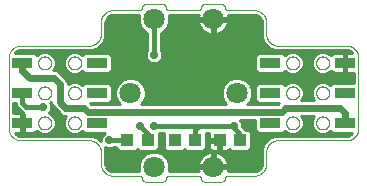
<source format=gbl>
G75*
%MOIN*%
%OFA0B0*%
%FSLAX25Y25*%
%IPPOS*%
%LPD*%
%AMOC8*
5,1,8,0,0,1.08239X$1,22.5*
%
%ADD10C,0.00000*%
%ADD11R,0.04331X0.03937*%
%ADD12R,0.07087X0.03543*%
%ADD13C,0.07087*%
%ADD14C,0.01600*%
%ADD15OC8,0.02381*%
%ADD16C,0.01000*%
%ADD17OC8,0.02420*%
%ADD18C,0.02400*%
D10*
X0045791Y0032012D02*
X0045915Y0032010D01*
X0046038Y0032004D01*
X0046162Y0031995D01*
X0046284Y0031981D01*
X0046407Y0031964D01*
X0046529Y0031942D01*
X0046650Y0031917D01*
X0046770Y0031888D01*
X0046889Y0031856D01*
X0047008Y0031819D01*
X0047125Y0031779D01*
X0047240Y0031736D01*
X0047355Y0031688D01*
X0047467Y0031637D01*
X0047578Y0031583D01*
X0047688Y0031525D01*
X0047795Y0031464D01*
X0047901Y0031399D01*
X0048004Y0031331D01*
X0048105Y0031260D01*
X0048204Y0031186D01*
X0048301Y0031109D01*
X0048395Y0031028D01*
X0048486Y0030945D01*
X0048575Y0030859D01*
X0048661Y0030770D01*
X0048744Y0030679D01*
X0048825Y0030585D01*
X0048902Y0030488D01*
X0048976Y0030389D01*
X0049047Y0030288D01*
X0049115Y0030185D01*
X0049180Y0030079D01*
X0049241Y0029972D01*
X0049299Y0029862D01*
X0049353Y0029751D01*
X0049404Y0029639D01*
X0049452Y0029524D01*
X0049495Y0029409D01*
X0049535Y0029292D01*
X0049572Y0029173D01*
X0049604Y0029054D01*
X0049633Y0028934D01*
X0049658Y0028813D01*
X0049680Y0028691D01*
X0049697Y0028568D01*
X0049711Y0028446D01*
X0049720Y0028322D01*
X0049726Y0028199D01*
X0049728Y0028075D01*
X0049728Y0024138D01*
X0049730Y0024014D01*
X0049736Y0023891D01*
X0049745Y0023767D01*
X0049759Y0023645D01*
X0049776Y0023522D01*
X0049798Y0023400D01*
X0049823Y0023279D01*
X0049852Y0023159D01*
X0049884Y0023040D01*
X0049921Y0022921D01*
X0049961Y0022804D01*
X0050004Y0022689D01*
X0050052Y0022574D01*
X0050103Y0022462D01*
X0050157Y0022351D01*
X0050215Y0022241D01*
X0050276Y0022134D01*
X0050341Y0022028D01*
X0050409Y0021925D01*
X0050480Y0021824D01*
X0050554Y0021725D01*
X0050631Y0021628D01*
X0050712Y0021534D01*
X0050795Y0021443D01*
X0050881Y0021354D01*
X0050970Y0021268D01*
X0051061Y0021185D01*
X0051155Y0021104D01*
X0051252Y0021027D01*
X0051351Y0020953D01*
X0051452Y0020882D01*
X0051555Y0020814D01*
X0051661Y0020749D01*
X0051768Y0020688D01*
X0051878Y0020630D01*
X0051989Y0020576D01*
X0052101Y0020525D01*
X0052216Y0020477D01*
X0052331Y0020434D01*
X0052448Y0020394D01*
X0052567Y0020357D01*
X0052686Y0020325D01*
X0052806Y0020296D01*
X0052927Y0020271D01*
X0053049Y0020249D01*
X0053172Y0020232D01*
X0053294Y0020218D01*
X0053418Y0020209D01*
X0053541Y0020203D01*
X0053665Y0020201D01*
X0062524Y0020201D01*
X0062586Y0020199D01*
X0062647Y0020193D01*
X0062708Y0020184D01*
X0062769Y0020170D01*
X0062828Y0020153D01*
X0062886Y0020132D01*
X0062943Y0020107D01*
X0062998Y0020079D01*
X0063051Y0020048D01*
X0063102Y0020013D01*
X0063151Y0019975D01*
X0063198Y0019934D01*
X0063241Y0019891D01*
X0063282Y0019844D01*
X0063320Y0019795D01*
X0063355Y0019744D01*
X0063386Y0019691D01*
X0063414Y0019636D01*
X0063439Y0019579D01*
X0063460Y0019521D01*
X0063477Y0019462D01*
X0063491Y0019401D01*
X0063500Y0019340D01*
X0063506Y0019279D01*
X0063508Y0019217D01*
X0063510Y0019155D01*
X0063516Y0019094D01*
X0063525Y0019033D01*
X0063539Y0018972D01*
X0063556Y0018913D01*
X0063577Y0018855D01*
X0063602Y0018798D01*
X0063630Y0018743D01*
X0063661Y0018690D01*
X0063696Y0018639D01*
X0063734Y0018590D01*
X0063775Y0018543D01*
X0063818Y0018500D01*
X0063865Y0018459D01*
X0063914Y0018421D01*
X0063965Y0018386D01*
X0064018Y0018355D01*
X0064073Y0018327D01*
X0064130Y0018302D01*
X0064188Y0018281D01*
X0064247Y0018264D01*
X0064308Y0018250D01*
X0064369Y0018241D01*
X0064430Y0018235D01*
X0064492Y0018233D01*
X0064492Y0018232D02*
X0070398Y0018232D01*
X0070398Y0018233D02*
X0070460Y0018235D01*
X0070521Y0018241D01*
X0070582Y0018250D01*
X0070643Y0018264D01*
X0070702Y0018281D01*
X0070760Y0018302D01*
X0070817Y0018327D01*
X0070872Y0018355D01*
X0070925Y0018386D01*
X0070976Y0018421D01*
X0071025Y0018459D01*
X0071072Y0018500D01*
X0071115Y0018543D01*
X0071156Y0018590D01*
X0071194Y0018639D01*
X0071229Y0018690D01*
X0071260Y0018743D01*
X0071288Y0018798D01*
X0071313Y0018855D01*
X0071334Y0018913D01*
X0071351Y0018972D01*
X0071365Y0019033D01*
X0071374Y0019094D01*
X0071380Y0019155D01*
X0071382Y0019217D01*
X0071384Y0019279D01*
X0071390Y0019340D01*
X0071399Y0019401D01*
X0071413Y0019462D01*
X0071430Y0019521D01*
X0071451Y0019579D01*
X0071476Y0019636D01*
X0071504Y0019691D01*
X0071535Y0019744D01*
X0071570Y0019795D01*
X0071608Y0019844D01*
X0071649Y0019891D01*
X0071692Y0019934D01*
X0071739Y0019975D01*
X0071788Y0020013D01*
X0071839Y0020048D01*
X0071892Y0020079D01*
X0071947Y0020107D01*
X0072004Y0020132D01*
X0072062Y0020153D01*
X0072121Y0020170D01*
X0072182Y0020184D01*
X0072243Y0020193D01*
X0072304Y0020199D01*
X0072366Y0020201D01*
X0082209Y0020201D01*
X0082271Y0020199D01*
X0082332Y0020193D01*
X0082393Y0020184D01*
X0082454Y0020170D01*
X0082513Y0020153D01*
X0082571Y0020132D01*
X0082628Y0020107D01*
X0082683Y0020079D01*
X0082736Y0020048D01*
X0082787Y0020013D01*
X0082836Y0019975D01*
X0082883Y0019934D01*
X0082926Y0019891D01*
X0082967Y0019844D01*
X0083005Y0019795D01*
X0083040Y0019744D01*
X0083071Y0019691D01*
X0083099Y0019636D01*
X0083124Y0019579D01*
X0083145Y0019521D01*
X0083162Y0019462D01*
X0083176Y0019401D01*
X0083185Y0019340D01*
X0083191Y0019279D01*
X0083193Y0019217D01*
X0083195Y0019155D01*
X0083201Y0019094D01*
X0083210Y0019033D01*
X0083224Y0018972D01*
X0083241Y0018913D01*
X0083262Y0018855D01*
X0083287Y0018798D01*
X0083315Y0018743D01*
X0083346Y0018690D01*
X0083381Y0018639D01*
X0083419Y0018590D01*
X0083460Y0018543D01*
X0083503Y0018500D01*
X0083550Y0018459D01*
X0083599Y0018421D01*
X0083650Y0018386D01*
X0083703Y0018355D01*
X0083758Y0018327D01*
X0083815Y0018302D01*
X0083873Y0018281D01*
X0083932Y0018264D01*
X0083993Y0018250D01*
X0084054Y0018241D01*
X0084115Y0018235D01*
X0084177Y0018233D01*
X0084177Y0018232D02*
X0090083Y0018232D01*
X0090083Y0018233D02*
X0090145Y0018235D01*
X0090206Y0018241D01*
X0090267Y0018250D01*
X0090328Y0018264D01*
X0090387Y0018281D01*
X0090445Y0018302D01*
X0090502Y0018327D01*
X0090557Y0018355D01*
X0090610Y0018386D01*
X0090661Y0018421D01*
X0090710Y0018459D01*
X0090757Y0018500D01*
X0090800Y0018543D01*
X0090841Y0018590D01*
X0090879Y0018639D01*
X0090914Y0018690D01*
X0090945Y0018743D01*
X0090973Y0018798D01*
X0090998Y0018855D01*
X0091019Y0018913D01*
X0091036Y0018972D01*
X0091050Y0019033D01*
X0091059Y0019094D01*
X0091065Y0019155D01*
X0091067Y0019217D01*
X0091069Y0019279D01*
X0091075Y0019340D01*
X0091084Y0019401D01*
X0091098Y0019462D01*
X0091115Y0019521D01*
X0091136Y0019579D01*
X0091161Y0019636D01*
X0091189Y0019691D01*
X0091220Y0019744D01*
X0091255Y0019795D01*
X0091293Y0019844D01*
X0091334Y0019891D01*
X0091377Y0019934D01*
X0091424Y0019975D01*
X0091473Y0020013D01*
X0091524Y0020048D01*
X0091577Y0020079D01*
X0091632Y0020107D01*
X0091689Y0020132D01*
X0091747Y0020153D01*
X0091806Y0020170D01*
X0091867Y0020184D01*
X0091928Y0020193D01*
X0091989Y0020199D01*
X0092051Y0020201D01*
X0100909Y0020201D01*
X0101033Y0020203D01*
X0101156Y0020209D01*
X0101280Y0020218D01*
X0101402Y0020232D01*
X0101525Y0020249D01*
X0101647Y0020271D01*
X0101768Y0020296D01*
X0101888Y0020325D01*
X0102007Y0020357D01*
X0102126Y0020394D01*
X0102243Y0020434D01*
X0102358Y0020477D01*
X0102473Y0020525D01*
X0102585Y0020576D01*
X0102696Y0020630D01*
X0102806Y0020688D01*
X0102913Y0020749D01*
X0103019Y0020814D01*
X0103122Y0020882D01*
X0103223Y0020953D01*
X0103322Y0021027D01*
X0103419Y0021104D01*
X0103513Y0021185D01*
X0103604Y0021268D01*
X0103693Y0021354D01*
X0103779Y0021443D01*
X0103862Y0021534D01*
X0103943Y0021628D01*
X0104020Y0021725D01*
X0104094Y0021824D01*
X0104165Y0021925D01*
X0104233Y0022028D01*
X0104298Y0022134D01*
X0104359Y0022241D01*
X0104417Y0022351D01*
X0104471Y0022462D01*
X0104522Y0022574D01*
X0104570Y0022689D01*
X0104613Y0022804D01*
X0104653Y0022921D01*
X0104690Y0023040D01*
X0104722Y0023159D01*
X0104751Y0023279D01*
X0104776Y0023400D01*
X0104798Y0023522D01*
X0104815Y0023645D01*
X0104829Y0023767D01*
X0104838Y0023891D01*
X0104844Y0024014D01*
X0104846Y0024138D01*
X0104846Y0028075D01*
X0104848Y0028199D01*
X0104854Y0028322D01*
X0104863Y0028446D01*
X0104877Y0028568D01*
X0104894Y0028691D01*
X0104916Y0028813D01*
X0104941Y0028934D01*
X0104970Y0029054D01*
X0105002Y0029173D01*
X0105039Y0029292D01*
X0105079Y0029409D01*
X0105122Y0029524D01*
X0105170Y0029639D01*
X0105221Y0029751D01*
X0105275Y0029862D01*
X0105333Y0029972D01*
X0105394Y0030079D01*
X0105459Y0030185D01*
X0105527Y0030288D01*
X0105598Y0030389D01*
X0105672Y0030488D01*
X0105749Y0030585D01*
X0105830Y0030679D01*
X0105913Y0030770D01*
X0105999Y0030859D01*
X0106088Y0030945D01*
X0106179Y0031028D01*
X0106273Y0031109D01*
X0106370Y0031186D01*
X0106469Y0031260D01*
X0106570Y0031331D01*
X0106673Y0031399D01*
X0106779Y0031464D01*
X0106886Y0031525D01*
X0106996Y0031583D01*
X0107107Y0031637D01*
X0107219Y0031688D01*
X0107334Y0031736D01*
X0107449Y0031779D01*
X0107566Y0031819D01*
X0107685Y0031856D01*
X0107804Y0031888D01*
X0107924Y0031917D01*
X0108045Y0031942D01*
X0108167Y0031964D01*
X0108290Y0031981D01*
X0108412Y0031995D01*
X0108536Y0032004D01*
X0108659Y0032010D01*
X0108783Y0032012D01*
X0131618Y0032012D01*
X0131742Y0032014D01*
X0131865Y0032020D01*
X0131989Y0032029D01*
X0132111Y0032043D01*
X0132234Y0032060D01*
X0132356Y0032082D01*
X0132477Y0032107D01*
X0132597Y0032136D01*
X0132716Y0032168D01*
X0132835Y0032205D01*
X0132952Y0032245D01*
X0133067Y0032288D01*
X0133182Y0032336D01*
X0133294Y0032387D01*
X0133405Y0032441D01*
X0133515Y0032499D01*
X0133622Y0032560D01*
X0133728Y0032625D01*
X0133831Y0032693D01*
X0133932Y0032764D01*
X0134031Y0032838D01*
X0134128Y0032915D01*
X0134222Y0032996D01*
X0134313Y0033079D01*
X0134402Y0033165D01*
X0134488Y0033254D01*
X0134571Y0033345D01*
X0134652Y0033439D01*
X0134729Y0033536D01*
X0134803Y0033635D01*
X0134874Y0033736D01*
X0134942Y0033839D01*
X0135007Y0033945D01*
X0135068Y0034052D01*
X0135126Y0034162D01*
X0135180Y0034273D01*
X0135231Y0034385D01*
X0135279Y0034500D01*
X0135322Y0034615D01*
X0135362Y0034732D01*
X0135399Y0034851D01*
X0135431Y0034970D01*
X0135460Y0035090D01*
X0135485Y0035211D01*
X0135507Y0035333D01*
X0135524Y0035456D01*
X0135538Y0035578D01*
X0135547Y0035702D01*
X0135553Y0035825D01*
X0135555Y0035949D01*
X0135555Y0059571D01*
X0135553Y0059695D01*
X0135547Y0059818D01*
X0135538Y0059942D01*
X0135524Y0060064D01*
X0135507Y0060187D01*
X0135485Y0060309D01*
X0135460Y0060430D01*
X0135431Y0060550D01*
X0135399Y0060669D01*
X0135362Y0060788D01*
X0135322Y0060905D01*
X0135279Y0061020D01*
X0135231Y0061135D01*
X0135180Y0061247D01*
X0135126Y0061358D01*
X0135068Y0061468D01*
X0135007Y0061575D01*
X0134942Y0061681D01*
X0134874Y0061784D01*
X0134803Y0061885D01*
X0134729Y0061984D01*
X0134652Y0062081D01*
X0134571Y0062175D01*
X0134488Y0062266D01*
X0134402Y0062355D01*
X0134313Y0062441D01*
X0134222Y0062524D01*
X0134128Y0062605D01*
X0134031Y0062682D01*
X0133932Y0062756D01*
X0133831Y0062827D01*
X0133728Y0062895D01*
X0133622Y0062960D01*
X0133515Y0063021D01*
X0133405Y0063079D01*
X0133294Y0063133D01*
X0133182Y0063184D01*
X0133067Y0063232D01*
X0132952Y0063275D01*
X0132835Y0063315D01*
X0132716Y0063352D01*
X0132597Y0063384D01*
X0132477Y0063413D01*
X0132356Y0063438D01*
X0132234Y0063460D01*
X0132111Y0063477D01*
X0131989Y0063491D01*
X0131865Y0063500D01*
X0131742Y0063506D01*
X0131618Y0063508D01*
X0108783Y0063508D01*
X0108659Y0063510D01*
X0108536Y0063516D01*
X0108412Y0063525D01*
X0108290Y0063539D01*
X0108167Y0063556D01*
X0108045Y0063578D01*
X0107924Y0063603D01*
X0107804Y0063632D01*
X0107685Y0063664D01*
X0107566Y0063701D01*
X0107449Y0063741D01*
X0107334Y0063784D01*
X0107219Y0063832D01*
X0107107Y0063883D01*
X0106996Y0063937D01*
X0106886Y0063995D01*
X0106779Y0064056D01*
X0106673Y0064121D01*
X0106570Y0064189D01*
X0106469Y0064260D01*
X0106370Y0064334D01*
X0106273Y0064411D01*
X0106179Y0064492D01*
X0106088Y0064575D01*
X0105999Y0064661D01*
X0105913Y0064750D01*
X0105830Y0064841D01*
X0105749Y0064935D01*
X0105672Y0065032D01*
X0105598Y0065131D01*
X0105527Y0065232D01*
X0105459Y0065335D01*
X0105394Y0065441D01*
X0105333Y0065548D01*
X0105275Y0065658D01*
X0105221Y0065769D01*
X0105170Y0065881D01*
X0105122Y0065996D01*
X0105079Y0066111D01*
X0105039Y0066228D01*
X0105002Y0066347D01*
X0104970Y0066466D01*
X0104941Y0066586D01*
X0104916Y0066707D01*
X0104894Y0066829D01*
X0104877Y0066952D01*
X0104863Y0067074D01*
X0104854Y0067198D01*
X0104848Y0067321D01*
X0104846Y0067445D01*
X0104846Y0071382D01*
X0104844Y0071506D01*
X0104838Y0071629D01*
X0104829Y0071753D01*
X0104815Y0071875D01*
X0104798Y0071998D01*
X0104776Y0072120D01*
X0104751Y0072241D01*
X0104722Y0072361D01*
X0104690Y0072480D01*
X0104653Y0072599D01*
X0104613Y0072716D01*
X0104570Y0072831D01*
X0104522Y0072946D01*
X0104471Y0073058D01*
X0104417Y0073169D01*
X0104359Y0073279D01*
X0104298Y0073386D01*
X0104233Y0073492D01*
X0104165Y0073595D01*
X0104094Y0073696D01*
X0104020Y0073795D01*
X0103943Y0073892D01*
X0103862Y0073986D01*
X0103779Y0074077D01*
X0103693Y0074166D01*
X0103604Y0074252D01*
X0103513Y0074335D01*
X0103419Y0074416D01*
X0103322Y0074493D01*
X0103223Y0074567D01*
X0103122Y0074638D01*
X0103019Y0074706D01*
X0102913Y0074771D01*
X0102806Y0074832D01*
X0102696Y0074890D01*
X0102585Y0074944D01*
X0102473Y0074995D01*
X0102358Y0075043D01*
X0102243Y0075086D01*
X0102126Y0075126D01*
X0102007Y0075163D01*
X0101888Y0075195D01*
X0101768Y0075224D01*
X0101647Y0075249D01*
X0101525Y0075271D01*
X0101402Y0075288D01*
X0101280Y0075302D01*
X0101156Y0075311D01*
X0101033Y0075317D01*
X0100909Y0075319D01*
X0092051Y0075319D01*
X0091989Y0075321D01*
X0091928Y0075327D01*
X0091867Y0075336D01*
X0091806Y0075350D01*
X0091747Y0075367D01*
X0091689Y0075388D01*
X0091632Y0075413D01*
X0091577Y0075441D01*
X0091524Y0075472D01*
X0091473Y0075507D01*
X0091424Y0075545D01*
X0091377Y0075586D01*
X0091334Y0075629D01*
X0091293Y0075676D01*
X0091255Y0075725D01*
X0091220Y0075776D01*
X0091189Y0075829D01*
X0091161Y0075884D01*
X0091136Y0075941D01*
X0091115Y0075999D01*
X0091098Y0076058D01*
X0091084Y0076119D01*
X0091075Y0076180D01*
X0091069Y0076241D01*
X0091067Y0076303D01*
X0091065Y0076365D01*
X0091059Y0076426D01*
X0091050Y0076487D01*
X0091036Y0076548D01*
X0091019Y0076607D01*
X0090998Y0076665D01*
X0090973Y0076722D01*
X0090945Y0076777D01*
X0090914Y0076830D01*
X0090879Y0076881D01*
X0090841Y0076930D01*
X0090800Y0076977D01*
X0090757Y0077020D01*
X0090710Y0077061D01*
X0090661Y0077099D01*
X0090610Y0077134D01*
X0090557Y0077165D01*
X0090502Y0077193D01*
X0090445Y0077218D01*
X0090387Y0077239D01*
X0090328Y0077256D01*
X0090267Y0077270D01*
X0090206Y0077279D01*
X0090145Y0077285D01*
X0090083Y0077287D01*
X0084177Y0077287D01*
X0084115Y0077285D01*
X0084054Y0077279D01*
X0083993Y0077270D01*
X0083932Y0077256D01*
X0083873Y0077239D01*
X0083815Y0077218D01*
X0083758Y0077193D01*
X0083703Y0077165D01*
X0083650Y0077134D01*
X0083599Y0077099D01*
X0083550Y0077061D01*
X0083503Y0077020D01*
X0083460Y0076977D01*
X0083419Y0076930D01*
X0083381Y0076881D01*
X0083346Y0076830D01*
X0083315Y0076777D01*
X0083287Y0076722D01*
X0083262Y0076665D01*
X0083241Y0076607D01*
X0083224Y0076548D01*
X0083210Y0076487D01*
X0083201Y0076426D01*
X0083195Y0076365D01*
X0083193Y0076303D01*
X0083191Y0076241D01*
X0083185Y0076180D01*
X0083176Y0076119D01*
X0083162Y0076058D01*
X0083145Y0075999D01*
X0083124Y0075941D01*
X0083099Y0075884D01*
X0083071Y0075829D01*
X0083040Y0075776D01*
X0083005Y0075725D01*
X0082967Y0075676D01*
X0082926Y0075629D01*
X0082883Y0075586D01*
X0082836Y0075545D01*
X0082787Y0075507D01*
X0082736Y0075472D01*
X0082683Y0075441D01*
X0082628Y0075413D01*
X0082571Y0075388D01*
X0082513Y0075367D01*
X0082454Y0075350D01*
X0082393Y0075336D01*
X0082332Y0075327D01*
X0082271Y0075321D01*
X0082209Y0075319D01*
X0072366Y0075319D01*
X0072304Y0075321D01*
X0072243Y0075327D01*
X0072182Y0075336D01*
X0072121Y0075350D01*
X0072062Y0075367D01*
X0072004Y0075388D01*
X0071947Y0075413D01*
X0071892Y0075441D01*
X0071839Y0075472D01*
X0071788Y0075507D01*
X0071739Y0075545D01*
X0071692Y0075586D01*
X0071649Y0075629D01*
X0071608Y0075676D01*
X0071570Y0075725D01*
X0071535Y0075776D01*
X0071504Y0075829D01*
X0071476Y0075884D01*
X0071451Y0075941D01*
X0071430Y0075999D01*
X0071413Y0076058D01*
X0071399Y0076119D01*
X0071390Y0076180D01*
X0071384Y0076241D01*
X0071382Y0076303D01*
X0071380Y0076365D01*
X0071374Y0076426D01*
X0071365Y0076487D01*
X0071351Y0076548D01*
X0071334Y0076607D01*
X0071313Y0076665D01*
X0071288Y0076722D01*
X0071260Y0076777D01*
X0071229Y0076830D01*
X0071194Y0076881D01*
X0071156Y0076930D01*
X0071115Y0076977D01*
X0071072Y0077020D01*
X0071025Y0077061D01*
X0070976Y0077099D01*
X0070925Y0077134D01*
X0070872Y0077165D01*
X0070817Y0077193D01*
X0070760Y0077218D01*
X0070702Y0077239D01*
X0070643Y0077256D01*
X0070582Y0077270D01*
X0070521Y0077279D01*
X0070460Y0077285D01*
X0070398Y0077287D01*
X0064492Y0077287D01*
X0064430Y0077285D01*
X0064369Y0077279D01*
X0064308Y0077270D01*
X0064247Y0077256D01*
X0064188Y0077239D01*
X0064130Y0077218D01*
X0064073Y0077193D01*
X0064018Y0077165D01*
X0063965Y0077134D01*
X0063914Y0077099D01*
X0063865Y0077061D01*
X0063818Y0077020D01*
X0063775Y0076977D01*
X0063734Y0076930D01*
X0063696Y0076881D01*
X0063661Y0076830D01*
X0063630Y0076777D01*
X0063602Y0076722D01*
X0063577Y0076665D01*
X0063556Y0076607D01*
X0063539Y0076548D01*
X0063525Y0076487D01*
X0063516Y0076426D01*
X0063510Y0076365D01*
X0063508Y0076303D01*
X0063506Y0076241D01*
X0063500Y0076180D01*
X0063491Y0076119D01*
X0063477Y0076058D01*
X0063460Y0075999D01*
X0063439Y0075941D01*
X0063414Y0075884D01*
X0063386Y0075829D01*
X0063355Y0075776D01*
X0063320Y0075725D01*
X0063282Y0075676D01*
X0063241Y0075629D01*
X0063198Y0075586D01*
X0063151Y0075545D01*
X0063102Y0075507D01*
X0063051Y0075472D01*
X0062998Y0075441D01*
X0062943Y0075413D01*
X0062886Y0075388D01*
X0062828Y0075367D01*
X0062769Y0075350D01*
X0062708Y0075336D01*
X0062647Y0075327D01*
X0062586Y0075321D01*
X0062524Y0075319D01*
X0053665Y0075319D01*
X0053541Y0075317D01*
X0053418Y0075311D01*
X0053294Y0075302D01*
X0053172Y0075288D01*
X0053049Y0075271D01*
X0052927Y0075249D01*
X0052806Y0075224D01*
X0052686Y0075195D01*
X0052567Y0075163D01*
X0052448Y0075126D01*
X0052331Y0075086D01*
X0052216Y0075043D01*
X0052101Y0074995D01*
X0051989Y0074944D01*
X0051878Y0074890D01*
X0051768Y0074832D01*
X0051661Y0074771D01*
X0051555Y0074706D01*
X0051452Y0074638D01*
X0051351Y0074567D01*
X0051252Y0074493D01*
X0051155Y0074416D01*
X0051061Y0074335D01*
X0050970Y0074252D01*
X0050881Y0074166D01*
X0050795Y0074077D01*
X0050712Y0073986D01*
X0050631Y0073892D01*
X0050554Y0073795D01*
X0050480Y0073696D01*
X0050409Y0073595D01*
X0050341Y0073492D01*
X0050276Y0073386D01*
X0050215Y0073279D01*
X0050157Y0073169D01*
X0050103Y0073058D01*
X0050052Y0072946D01*
X0050004Y0072831D01*
X0049961Y0072716D01*
X0049921Y0072599D01*
X0049884Y0072480D01*
X0049852Y0072361D01*
X0049823Y0072241D01*
X0049798Y0072120D01*
X0049776Y0071998D01*
X0049759Y0071875D01*
X0049745Y0071753D01*
X0049736Y0071629D01*
X0049730Y0071506D01*
X0049728Y0071382D01*
X0049728Y0067445D01*
X0049726Y0067321D01*
X0049720Y0067198D01*
X0049711Y0067074D01*
X0049697Y0066952D01*
X0049680Y0066829D01*
X0049658Y0066707D01*
X0049633Y0066586D01*
X0049604Y0066466D01*
X0049572Y0066347D01*
X0049535Y0066228D01*
X0049495Y0066111D01*
X0049452Y0065996D01*
X0049404Y0065881D01*
X0049353Y0065769D01*
X0049299Y0065658D01*
X0049241Y0065548D01*
X0049180Y0065441D01*
X0049115Y0065335D01*
X0049047Y0065232D01*
X0048976Y0065131D01*
X0048902Y0065032D01*
X0048825Y0064935D01*
X0048744Y0064841D01*
X0048661Y0064750D01*
X0048575Y0064661D01*
X0048486Y0064575D01*
X0048395Y0064492D01*
X0048301Y0064411D01*
X0048204Y0064334D01*
X0048105Y0064260D01*
X0048004Y0064189D01*
X0047901Y0064121D01*
X0047795Y0064056D01*
X0047688Y0063995D01*
X0047578Y0063937D01*
X0047467Y0063883D01*
X0047355Y0063832D01*
X0047240Y0063784D01*
X0047125Y0063741D01*
X0047008Y0063701D01*
X0046889Y0063664D01*
X0046770Y0063632D01*
X0046650Y0063603D01*
X0046529Y0063578D01*
X0046407Y0063556D01*
X0046284Y0063539D01*
X0046162Y0063525D01*
X0046038Y0063516D01*
X0045915Y0063510D01*
X0045791Y0063508D01*
X0022957Y0063508D01*
X0022833Y0063506D01*
X0022710Y0063500D01*
X0022586Y0063491D01*
X0022464Y0063477D01*
X0022341Y0063460D01*
X0022219Y0063438D01*
X0022098Y0063413D01*
X0021978Y0063384D01*
X0021859Y0063352D01*
X0021740Y0063315D01*
X0021623Y0063275D01*
X0021508Y0063232D01*
X0021393Y0063184D01*
X0021281Y0063133D01*
X0021170Y0063079D01*
X0021060Y0063021D01*
X0020953Y0062960D01*
X0020847Y0062895D01*
X0020744Y0062827D01*
X0020643Y0062756D01*
X0020544Y0062682D01*
X0020447Y0062605D01*
X0020353Y0062524D01*
X0020262Y0062441D01*
X0020173Y0062355D01*
X0020087Y0062266D01*
X0020004Y0062175D01*
X0019923Y0062081D01*
X0019846Y0061984D01*
X0019772Y0061885D01*
X0019701Y0061784D01*
X0019633Y0061681D01*
X0019568Y0061575D01*
X0019507Y0061468D01*
X0019449Y0061358D01*
X0019395Y0061247D01*
X0019344Y0061135D01*
X0019296Y0061020D01*
X0019253Y0060905D01*
X0019213Y0060788D01*
X0019176Y0060669D01*
X0019144Y0060550D01*
X0019115Y0060430D01*
X0019090Y0060309D01*
X0019068Y0060187D01*
X0019051Y0060064D01*
X0019037Y0059942D01*
X0019028Y0059818D01*
X0019022Y0059695D01*
X0019020Y0059571D01*
X0019020Y0035949D01*
X0019022Y0035825D01*
X0019028Y0035702D01*
X0019037Y0035578D01*
X0019051Y0035456D01*
X0019068Y0035333D01*
X0019090Y0035211D01*
X0019115Y0035090D01*
X0019144Y0034970D01*
X0019176Y0034851D01*
X0019213Y0034732D01*
X0019253Y0034615D01*
X0019296Y0034500D01*
X0019344Y0034385D01*
X0019395Y0034273D01*
X0019449Y0034162D01*
X0019507Y0034052D01*
X0019568Y0033945D01*
X0019633Y0033839D01*
X0019701Y0033736D01*
X0019772Y0033635D01*
X0019846Y0033536D01*
X0019923Y0033439D01*
X0020004Y0033345D01*
X0020087Y0033254D01*
X0020173Y0033165D01*
X0020262Y0033079D01*
X0020353Y0032996D01*
X0020447Y0032915D01*
X0020544Y0032838D01*
X0020643Y0032764D01*
X0020744Y0032693D01*
X0020847Y0032625D01*
X0020953Y0032560D01*
X0021060Y0032499D01*
X0021170Y0032441D01*
X0021281Y0032387D01*
X0021393Y0032336D01*
X0021508Y0032288D01*
X0021623Y0032245D01*
X0021740Y0032205D01*
X0021859Y0032168D01*
X0021978Y0032136D01*
X0022098Y0032107D01*
X0022219Y0032082D01*
X0022341Y0032060D01*
X0022464Y0032043D01*
X0022586Y0032029D01*
X0022710Y0032020D01*
X0022833Y0032014D01*
X0022957Y0032012D01*
X0045791Y0032012D01*
X0038784Y0037760D02*
X0038786Y0037853D01*
X0038792Y0037945D01*
X0038802Y0038037D01*
X0038816Y0038128D01*
X0038833Y0038219D01*
X0038855Y0038309D01*
X0038880Y0038398D01*
X0038909Y0038486D01*
X0038942Y0038572D01*
X0038979Y0038657D01*
X0039019Y0038741D01*
X0039063Y0038822D01*
X0039110Y0038902D01*
X0039160Y0038980D01*
X0039214Y0039055D01*
X0039271Y0039128D01*
X0039331Y0039198D01*
X0039394Y0039266D01*
X0039460Y0039331D01*
X0039528Y0039393D01*
X0039599Y0039453D01*
X0039673Y0039509D01*
X0039749Y0039562D01*
X0039827Y0039611D01*
X0039907Y0039658D01*
X0039989Y0039700D01*
X0040073Y0039740D01*
X0040158Y0039775D01*
X0040245Y0039807D01*
X0040333Y0039836D01*
X0040422Y0039860D01*
X0040512Y0039881D01*
X0040603Y0039897D01*
X0040695Y0039910D01*
X0040787Y0039919D01*
X0040880Y0039924D01*
X0040972Y0039925D01*
X0041065Y0039922D01*
X0041157Y0039915D01*
X0041249Y0039904D01*
X0041340Y0039889D01*
X0041431Y0039871D01*
X0041521Y0039848D01*
X0041609Y0039822D01*
X0041697Y0039792D01*
X0041783Y0039758D01*
X0041867Y0039721D01*
X0041950Y0039679D01*
X0042031Y0039635D01*
X0042111Y0039587D01*
X0042188Y0039536D01*
X0042262Y0039481D01*
X0042335Y0039423D01*
X0042405Y0039363D01*
X0042472Y0039299D01*
X0042536Y0039233D01*
X0042598Y0039163D01*
X0042656Y0039092D01*
X0042711Y0039018D01*
X0042763Y0038941D01*
X0042812Y0038862D01*
X0042858Y0038782D01*
X0042900Y0038699D01*
X0042938Y0038615D01*
X0042973Y0038529D01*
X0043004Y0038442D01*
X0043031Y0038354D01*
X0043054Y0038264D01*
X0043074Y0038174D01*
X0043090Y0038083D01*
X0043102Y0037991D01*
X0043110Y0037899D01*
X0043114Y0037806D01*
X0043114Y0037714D01*
X0043110Y0037621D01*
X0043102Y0037529D01*
X0043090Y0037437D01*
X0043074Y0037346D01*
X0043054Y0037256D01*
X0043031Y0037166D01*
X0043004Y0037078D01*
X0042973Y0036991D01*
X0042938Y0036905D01*
X0042900Y0036821D01*
X0042858Y0036738D01*
X0042812Y0036658D01*
X0042763Y0036579D01*
X0042711Y0036502D01*
X0042656Y0036428D01*
X0042598Y0036357D01*
X0042536Y0036287D01*
X0042472Y0036221D01*
X0042405Y0036157D01*
X0042335Y0036097D01*
X0042262Y0036039D01*
X0042188Y0035984D01*
X0042111Y0035933D01*
X0042032Y0035885D01*
X0041950Y0035841D01*
X0041867Y0035799D01*
X0041783Y0035762D01*
X0041697Y0035728D01*
X0041609Y0035698D01*
X0041521Y0035672D01*
X0041431Y0035649D01*
X0041340Y0035631D01*
X0041249Y0035616D01*
X0041157Y0035605D01*
X0041065Y0035598D01*
X0040972Y0035595D01*
X0040880Y0035596D01*
X0040787Y0035601D01*
X0040695Y0035610D01*
X0040603Y0035623D01*
X0040512Y0035639D01*
X0040422Y0035660D01*
X0040333Y0035684D01*
X0040245Y0035713D01*
X0040158Y0035745D01*
X0040073Y0035780D01*
X0039989Y0035820D01*
X0039907Y0035862D01*
X0039827Y0035909D01*
X0039749Y0035958D01*
X0039673Y0036011D01*
X0039599Y0036067D01*
X0039528Y0036127D01*
X0039460Y0036189D01*
X0039394Y0036254D01*
X0039331Y0036322D01*
X0039271Y0036392D01*
X0039214Y0036465D01*
X0039160Y0036540D01*
X0039110Y0036618D01*
X0039063Y0036698D01*
X0039019Y0036779D01*
X0038979Y0036863D01*
X0038942Y0036948D01*
X0038909Y0037034D01*
X0038880Y0037122D01*
X0038855Y0037211D01*
X0038833Y0037301D01*
X0038816Y0037392D01*
X0038802Y0037483D01*
X0038792Y0037575D01*
X0038786Y0037667D01*
X0038784Y0037760D01*
X0028784Y0037760D02*
X0028786Y0037853D01*
X0028792Y0037945D01*
X0028802Y0038037D01*
X0028816Y0038128D01*
X0028833Y0038219D01*
X0028855Y0038309D01*
X0028880Y0038398D01*
X0028909Y0038486D01*
X0028942Y0038572D01*
X0028979Y0038657D01*
X0029019Y0038741D01*
X0029063Y0038822D01*
X0029110Y0038902D01*
X0029160Y0038980D01*
X0029214Y0039055D01*
X0029271Y0039128D01*
X0029331Y0039198D01*
X0029394Y0039266D01*
X0029460Y0039331D01*
X0029528Y0039393D01*
X0029599Y0039453D01*
X0029673Y0039509D01*
X0029749Y0039562D01*
X0029827Y0039611D01*
X0029907Y0039658D01*
X0029989Y0039700D01*
X0030073Y0039740D01*
X0030158Y0039775D01*
X0030245Y0039807D01*
X0030333Y0039836D01*
X0030422Y0039860D01*
X0030512Y0039881D01*
X0030603Y0039897D01*
X0030695Y0039910D01*
X0030787Y0039919D01*
X0030880Y0039924D01*
X0030972Y0039925D01*
X0031065Y0039922D01*
X0031157Y0039915D01*
X0031249Y0039904D01*
X0031340Y0039889D01*
X0031431Y0039871D01*
X0031521Y0039848D01*
X0031609Y0039822D01*
X0031697Y0039792D01*
X0031783Y0039758D01*
X0031867Y0039721D01*
X0031950Y0039679D01*
X0032031Y0039635D01*
X0032111Y0039587D01*
X0032188Y0039536D01*
X0032262Y0039481D01*
X0032335Y0039423D01*
X0032405Y0039363D01*
X0032472Y0039299D01*
X0032536Y0039233D01*
X0032598Y0039163D01*
X0032656Y0039092D01*
X0032711Y0039018D01*
X0032763Y0038941D01*
X0032812Y0038862D01*
X0032858Y0038782D01*
X0032900Y0038699D01*
X0032938Y0038615D01*
X0032973Y0038529D01*
X0033004Y0038442D01*
X0033031Y0038354D01*
X0033054Y0038264D01*
X0033074Y0038174D01*
X0033090Y0038083D01*
X0033102Y0037991D01*
X0033110Y0037899D01*
X0033114Y0037806D01*
X0033114Y0037714D01*
X0033110Y0037621D01*
X0033102Y0037529D01*
X0033090Y0037437D01*
X0033074Y0037346D01*
X0033054Y0037256D01*
X0033031Y0037166D01*
X0033004Y0037078D01*
X0032973Y0036991D01*
X0032938Y0036905D01*
X0032900Y0036821D01*
X0032858Y0036738D01*
X0032812Y0036658D01*
X0032763Y0036579D01*
X0032711Y0036502D01*
X0032656Y0036428D01*
X0032598Y0036357D01*
X0032536Y0036287D01*
X0032472Y0036221D01*
X0032405Y0036157D01*
X0032335Y0036097D01*
X0032262Y0036039D01*
X0032188Y0035984D01*
X0032111Y0035933D01*
X0032032Y0035885D01*
X0031950Y0035841D01*
X0031867Y0035799D01*
X0031783Y0035762D01*
X0031697Y0035728D01*
X0031609Y0035698D01*
X0031521Y0035672D01*
X0031431Y0035649D01*
X0031340Y0035631D01*
X0031249Y0035616D01*
X0031157Y0035605D01*
X0031065Y0035598D01*
X0030972Y0035595D01*
X0030880Y0035596D01*
X0030787Y0035601D01*
X0030695Y0035610D01*
X0030603Y0035623D01*
X0030512Y0035639D01*
X0030422Y0035660D01*
X0030333Y0035684D01*
X0030245Y0035713D01*
X0030158Y0035745D01*
X0030073Y0035780D01*
X0029989Y0035820D01*
X0029907Y0035862D01*
X0029827Y0035909D01*
X0029749Y0035958D01*
X0029673Y0036011D01*
X0029599Y0036067D01*
X0029528Y0036127D01*
X0029460Y0036189D01*
X0029394Y0036254D01*
X0029331Y0036322D01*
X0029271Y0036392D01*
X0029214Y0036465D01*
X0029160Y0036540D01*
X0029110Y0036618D01*
X0029063Y0036698D01*
X0029019Y0036779D01*
X0028979Y0036863D01*
X0028942Y0036948D01*
X0028909Y0037034D01*
X0028880Y0037122D01*
X0028855Y0037211D01*
X0028833Y0037301D01*
X0028816Y0037392D01*
X0028802Y0037483D01*
X0028792Y0037575D01*
X0028786Y0037667D01*
X0028784Y0037760D01*
X0028784Y0047760D02*
X0028786Y0047853D01*
X0028792Y0047945D01*
X0028802Y0048037D01*
X0028816Y0048128D01*
X0028833Y0048219D01*
X0028855Y0048309D01*
X0028880Y0048398D01*
X0028909Y0048486D01*
X0028942Y0048572D01*
X0028979Y0048657D01*
X0029019Y0048741D01*
X0029063Y0048822D01*
X0029110Y0048902D01*
X0029160Y0048980D01*
X0029214Y0049055D01*
X0029271Y0049128D01*
X0029331Y0049198D01*
X0029394Y0049266D01*
X0029460Y0049331D01*
X0029528Y0049393D01*
X0029599Y0049453D01*
X0029673Y0049509D01*
X0029749Y0049562D01*
X0029827Y0049611D01*
X0029907Y0049658D01*
X0029989Y0049700D01*
X0030073Y0049740D01*
X0030158Y0049775D01*
X0030245Y0049807D01*
X0030333Y0049836D01*
X0030422Y0049860D01*
X0030512Y0049881D01*
X0030603Y0049897D01*
X0030695Y0049910D01*
X0030787Y0049919D01*
X0030880Y0049924D01*
X0030972Y0049925D01*
X0031065Y0049922D01*
X0031157Y0049915D01*
X0031249Y0049904D01*
X0031340Y0049889D01*
X0031431Y0049871D01*
X0031521Y0049848D01*
X0031609Y0049822D01*
X0031697Y0049792D01*
X0031783Y0049758D01*
X0031867Y0049721D01*
X0031950Y0049679D01*
X0032031Y0049635D01*
X0032111Y0049587D01*
X0032188Y0049536D01*
X0032262Y0049481D01*
X0032335Y0049423D01*
X0032405Y0049363D01*
X0032472Y0049299D01*
X0032536Y0049233D01*
X0032598Y0049163D01*
X0032656Y0049092D01*
X0032711Y0049018D01*
X0032763Y0048941D01*
X0032812Y0048862D01*
X0032858Y0048782D01*
X0032900Y0048699D01*
X0032938Y0048615D01*
X0032973Y0048529D01*
X0033004Y0048442D01*
X0033031Y0048354D01*
X0033054Y0048264D01*
X0033074Y0048174D01*
X0033090Y0048083D01*
X0033102Y0047991D01*
X0033110Y0047899D01*
X0033114Y0047806D01*
X0033114Y0047714D01*
X0033110Y0047621D01*
X0033102Y0047529D01*
X0033090Y0047437D01*
X0033074Y0047346D01*
X0033054Y0047256D01*
X0033031Y0047166D01*
X0033004Y0047078D01*
X0032973Y0046991D01*
X0032938Y0046905D01*
X0032900Y0046821D01*
X0032858Y0046738D01*
X0032812Y0046658D01*
X0032763Y0046579D01*
X0032711Y0046502D01*
X0032656Y0046428D01*
X0032598Y0046357D01*
X0032536Y0046287D01*
X0032472Y0046221D01*
X0032405Y0046157D01*
X0032335Y0046097D01*
X0032262Y0046039D01*
X0032188Y0045984D01*
X0032111Y0045933D01*
X0032032Y0045885D01*
X0031950Y0045841D01*
X0031867Y0045799D01*
X0031783Y0045762D01*
X0031697Y0045728D01*
X0031609Y0045698D01*
X0031521Y0045672D01*
X0031431Y0045649D01*
X0031340Y0045631D01*
X0031249Y0045616D01*
X0031157Y0045605D01*
X0031065Y0045598D01*
X0030972Y0045595D01*
X0030880Y0045596D01*
X0030787Y0045601D01*
X0030695Y0045610D01*
X0030603Y0045623D01*
X0030512Y0045639D01*
X0030422Y0045660D01*
X0030333Y0045684D01*
X0030245Y0045713D01*
X0030158Y0045745D01*
X0030073Y0045780D01*
X0029989Y0045820D01*
X0029907Y0045862D01*
X0029827Y0045909D01*
X0029749Y0045958D01*
X0029673Y0046011D01*
X0029599Y0046067D01*
X0029528Y0046127D01*
X0029460Y0046189D01*
X0029394Y0046254D01*
X0029331Y0046322D01*
X0029271Y0046392D01*
X0029214Y0046465D01*
X0029160Y0046540D01*
X0029110Y0046618D01*
X0029063Y0046698D01*
X0029019Y0046779D01*
X0028979Y0046863D01*
X0028942Y0046948D01*
X0028909Y0047034D01*
X0028880Y0047122D01*
X0028855Y0047211D01*
X0028833Y0047301D01*
X0028816Y0047392D01*
X0028802Y0047483D01*
X0028792Y0047575D01*
X0028786Y0047667D01*
X0028784Y0047760D01*
X0038784Y0047760D02*
X0038786Y0047853D01*
X0038792Y0047945D01*
X0038802Y0048037D01*
X0038816Y0048128D01*
X0038833Y0048219D01*
X0038855Y0048309D01*
X0038880Y0048398D01*
X0038909Y0048486D01*
X0038942Y0048572D01*
X0038979Y0048657D01*
X0039019Y0048741D01*
X0039063Y0048822D01*
X0039110Y0048902D01*
X0039160Y0048980D01*
X0039214Y0049055D01*
X0039271Y0049128D01*
X0039331Y0049198D01*
X0039394Y0049266D01*
X0039460Y0049331D01*
X0039528Y0049393D01*
X0039599Y0049453D01*
X0039673Y0049509D01*
X0039749Y0049562D01*
X0039827Y0049611D01*
X0039907Y0049658D01*
X0039989Y0049700D01*
X0040073Y0049740D01*
X0040158Y0049775D01*
X0040245Y0049807D01*
X0040333Y0049836D01*
X0040422Y0049860D01*
X0040512Y0049881D01*
X0040603Y0049897D01*
X0040695Y0049910D01*
X0040787Y0049919D01*
X0040880Y0049924D01*
X0040972Y0049925D01*
X0041065Y0049922D01*
X0041157Y0049915D01*
X0041249Y0049904D01*
X0041340Y0049889D01*
X0041431Y0049871D01*
X0041521Y0049848D01*
X0041609Y0049822D01*
X0041697Y0049792D01*
X0041783Y0049758D01*
X0041867Y0049721D01*
X0041950Y0049679D01*
X0042031Y0049635D01*
X0042111Y0049587D01*
X0042188Y0049536D01*
X0042262Y0049481D01*
X0042335Y0049423D01*
X0042405Y0049363D01*
X0042472Y0049299D01*
X0042536Y0049233D01*
X0042598Y0049163D01*
X0042656Y0049092D01*
X0042711Y0049018D01*
X0042763Y0048941D01*
X0042812Y0048862D01*
X0042858Y0048782D01*
X0042900Y0048699D01*
X0042938Y0048615D01*
X0042973Y0048529D01*
X0043004Y0048442D01*
X0043031Y0048354D01*
X0043054Y0048264D01*
X0043074Y0048174D01*
X0043090Y0048083D01*
X0043102Y0047991D01*
X0043110Y0047899D01*
X0043114Y0047806D01*
X0043114Y0047714D01*
X0043110Y0047621D01*
X0043102Y0047529D01*
X0043090Y0047437D01*
X0043074Y0047346D01*
X0043054Y0047256D01*
X0043031Y0047166D01*
X0043004Y0047078D01*
X0042973Y0046991D01*
X0042938Y0046905D01*
X0042900Y0046821D01*
X0042858Y0046738D01*
X0042812Y0046658D01*
X0042763Y0046579D01*
X0042711Y0046502D01*
X0042656Y0046428D01*
X0042598Y0046357D01*
X0042536Y0046287D01*
X0042472Y0046221D01*
X0042405Y0046157D01*
X0042335Y0046097D01*
X0042262Y0046039D01*
X0042188Y0045984D01*
X0042111Y0045933D01*
X0042032Y0045885D01*
X0041950Y0045841D01*
X0041867Y0045799D01*
X0041783Y0045762D01*
X0041697Y0045728D01*
X0041609Y0045698D01*
X0041521Y0045672D01*
X0041431Y0045649D01*
X0041340Y0045631D01*
X0041249Y0045616D01*
X0041157Y0045605D01*
X0041065Y0045598D01*
X0040972Y0045595D01*
X0040880Y0045596D01*
X0040787Y0045601D01*
X0040695Y0045610D01*
X0040603Y0045623D01*
X0040512Y0045639D01*
X0040422Y0045660D01*
X0040333Y0045684D01*
X0040245Y0045713D01*
X0040158Y0045745D01*
X0040073Y0045780D01*
X0039989Y0045820D01*
X0039907Y0045862D01*
X0039827Y0045909D01*
X0039749Y0045958D01*
X0039673Y0046011D01*
X0039599Y0046067D01*
X0039528Y0046127D01*
X0039460Y0046189D01*
X0039394Y0046254D01*
X0039331Y0046322D01*
X0039271Y0046392D01*
X0039214Y0046465D01*
X0039160Y0046540D01*
X0039110Y0046618D01*
X0039063Y0046698D01*
X0039019Y0046779D01*
X0038979Y0046863D01*
X0038942Y0046948D01*
X0038909Y0047034D01*
X0038880Y0047122D01*
X0038855Y0047211D01*
X0038833Y0047301D01*
X0038816Y0047392D01*
X0038802Y0047483D01*
X0038792Y0047575D01*
X0038786Y0047667D01*
X0038784Y0047760D01*
X0038784Y0057760D02*
X0038786Y0057853D01*
X0038792Y0057945D01*
X0038802Y0058037D01*
X0038816Y0058128D01*
X0038833Y0058219D01*
X0038855Y0058309D01*
X0038880Y0058398D01*
X0038909Y0058486D01*
X0038942Y0058572D01*
X0038979Y0058657D01*
X0039019Y0058741D01*
X0039063Y0058822D01*
X0039110Y0058902D01*
X0039160Y0058980D01*
X0039214Y0059055D01*
X0039271Y0059128D01*
X0039331Y0059198D01*
X0039394Y0059266D01*
X0039460Y0059331D01*
X0039528Y0059393D01*
X0039599Y0059453D01*
X0039673Y0059509D01*
X0039749Y0059562D01*
X0039827Y0059611D01*
X0039907Y0059658D01*
X0039989Y0059700D01*
X0040073Y0059740D01*
X0040158Y0059775D01*
X0040245Y0059807D01*
X0040333Y0059836D01*
X0040422Y0059860D01*
X0040512Y0059881D01*
X0040603Y0059897D01*
X0040695Y0059910D01*
X0040787Y0059919D01*
X0040880Y0059924D01*
X0040972Y0059925D01*
X0041065Y0059922D01*
X0041157Y0059915D01*
X0041249Y0059904D01*
X0041340Y0059889D01*
X0041431Y0059871D01*
X0041521Y0059848D01*
X0041609Y0059822D01*
X0041697Y0059792D01*
X0041783Y0059758D01*
X0041867Y0059721D01*
X0041950Y0059679D01*
X0042031Y0059635D01*
X0042111Y0059587D01*
X0042188Y0059536D01*
X0042262Y0059481D01*
X0042335Y0059423D01*
X0042405Y0059363D01*
X0042472Y0059299D01*
X0042536Y0059233D01*
X0042598Y0059163D01*
X0042656Y0059092D01*
X0042711Y0059018D01*
X0042763Y0058941D01*
X0042812Y0058862D01*
X0042858Y0058782D01*
X0042900Y0058699D01*
X0042938Y0058615D01*
X0042973Y0058529D01*
X0043004Y0058442D01*
X0043031Y0058354D01*
X0043054Y0058264D01*
X0043074Y0058174D01*
X0043090Y0058083D01*
X0043102Y0057991D01*
X0043110Y0057899D01*
X0043114Y0057806D01*
X0043114Y0057714D01*
X0043110Y0057621D01*
X0043102Y0057529D01*
X0043090Y0057437D01*
X0043074Y0057346D01*
X0043054Y0057256D01*
X0043031Y0057166D01*
X0043004Y0057078D01*
X0042973Y0056991D01*
X0042938Y0056905D01*
X0042900Y0056821D01*
X0042858Y0056738D01*
X0042812Y0056658D01*
X0042763Y0056579D01*
X0042711Y0056502D01*
X0042656Y0056428D01*
X0042598Y0056357D01*
X0042536Y0056287D01*
X0042472Y0056221D01*
X0042405Y0056157D01*
X0042335Y0056097D01*
X0042262Y0056039D01*
X0042188Y0055984D01*
X0042111Y0055933D01*
X0042032Y0055885D01*
X0041950Y0055841D01*
X0041867Y0055799D01*
X0041783Y0055762D01*
X0041697Y0055728D01*
X0041609Y0055698D01*
X0041521Y0055672D01*
X0041431Y0055649D01*
X0041340Y0055631D01*
X0041249Y0055616D01*
X0041157Y0055605D01*
X0041065Y0055598D01*
X0040972Y0055595D01*
X0040880Y0055596D01*
X0040787Y0055601D01*
X0040695Y0055610D01*
X0040603Y0055623D01*
X0040512Y0055639D01*
X0040422Y0055660D01*
X0040333Y0055684D01*
X0040245Y0055713D01*
X0040158Y0055745D01*
X0040073Y0055780D01*
X0039989Y0055820D01*
X0039907Y0055862D01*
X0039827Y0055909D01*
X0039749Y0055958D01*
X0039673Y0056011D01*
X0039599Y0056067D01*
X0039528Y0056127D01*
X0039460Y0056189D01*
X0039394Y0056254D01*
X0039331Y0056322D01*
X0039271Y0056392D01*
X0039214Y0056465D01*
X0039160Y0056540D01*
X0039110Y0056618D01*
X0039063Y0056698D01*
X0039019Y0056779D01*
X0038979Y0056863D01*
X0038942Y0056948D01*
X0038909Y0057034D01*
X0038880Y0057122D01*
X0038855Y0057211D01*
X0038833Y0057301D01*
X0038816Y0057392D01*
X0038802Y0057483D01*
X0038792Y0057575D01*
X0038786Y0057667D01*
X0038784Y0057760D01*
X0028784Y0057760D02*
X0028786Y0057853D01*
X0028792Y0057945D01*
X0028802Y0058037D01*
X0028816Y0058128D01*
X0028833Y0058219D01*
X0028855Y0058309D01*
X0028880Y0058398D01*
X0028909Y0058486D01*
X0028942Y0058572D01*
X0028979Y0058657D01*
X0029019Y0058741D01*
X0029063Y0058822D01*
X0029110Y0058902D01*
X0029160Y0058980D01*
X0029214Y0059055D01*
X0029271Y0059128D01*
X0029331Y0059198D01*
X0029394Y0059266D01*
X0029460Y0059331D01*
X0029528Y0059393D01*
X0029599Y0059453D01*
X0029673Y0059509D01*
X0029749Y0059562D01*
X0029827Y0059611D01*
X0029907Y0059658D01*
X0029989Y0059700D01*
X0030073Y0059740D01*
X0030158Y0059775D01*
X0030245Y0059807D01*
X0030333Y0059836D01*
X0030422Y0059860D01*
X0030512Y0059881D01*
X0030603Y0059897D01*
X0030695Y0059910D01*
X0030787Y0059919D01*
X0030880Y0059924D01*
X0030972Y0059925D01*
X0031065Y0059922D01*
X0031157Y0059915D01*
X0031249Y0059904D01*
X0031340Y0059889D01*
X0031431Y0059871D01*
X0031521Y0059848D01*
X0031609Y0059822D01*
X0031697Y0059792D01*
X0031783Y0059758D01*
X0031867Y0059721D01*
X0031950Y0059679D01*
X0032031Y0059635D01*
X0032111Y0059587D01*
X0032188Y0059536D01*
X0032262Y0059481D01*
X0032335Y0059423D01*
X0032405Y0059363D01*
X0032472Y0059299D01*
X0032536Y0059233D01*
X0032598Y0059163D01*
X0032656Y0059092D01*
X0032711Y0059018D01*
X0032763Y0058941D01*
X0032812Y0058862D01*
X0032858Y0058782D01*
X0032900Y0058699D01*
X0032938Y0058615D01*
X0032973Y0058529D01*
X0033004Y0058442D01*
X0033031Y0058354D01*
X0033054Y0058264D01*
X0033074Y0058174D01*
X0033090Y0058083D01*
X0033102Y0057991D01*
X0033110Y0057899D01*
X0033114Y0057806D01*
X0033114Y0057714D01*
X0033110Y0057621D01*
X0033102Y0057529D01*
X0033090Y0057437D01*
X0033074Y0057346D01*
X0033054Y0057256D01*
X0033031Y0057166D01*
X0033004Y0057078D01*
X0032973Y0056991D01*
X0032938Y0056905D01*
X0032900Y0056821D01*
X0032858Y0056738D01*
X0032812Y0056658D01*
X0032763Y0056579D01*
X0032711Y0056502D01*
X0032656Y0056428D01*
X0032598Y0056357D01*
X0032536Y0056287D01*
X0032472Y0056221D01*
X0032405Y0056157D01*
X0032335Y0056097D01*
X0032262Y0056039D01*
X0032188Y0055984D01*
X0032111Y0055933D01*
X0032032Y0055885D01*
X0031950Y0055841D01*
X0031867Y0055799D01*
X0031783Y0055762D01*
X0031697Y0055728D01*
X0031609Y0055698D01*
X0031521Y0055672D01*
X0031431Y0055649D01*
X0031340Y0055631D01*
X0031249Y0055616D01*
X0031157Y0055605D01*
X0031065Y0055598D01*
X0030972Y0055595D01*
X0030880Y0055596D01*
X0030787Y0055601D01*
X0030695Y0055610D01*
X0030603Y0055623D01*
X0030512Y0055639D01*
X0030422Y0055660D01*
X0030333Y0055684D01*
X0030245Y0055713D01*
X0030158Y0055745D01*
X0030073Y0055780D01*
X0029989Y0055820D01*
X0029907Y0055862D01*
X0029827Y0055909D01*
X0029749Y0055958D01*
X0029673Y0056011D01*
X0029599Y0056067D01*
X0029528Y0056127D01*
X0029460Y0056189D01*
X0029394Y0056254D01*
X0029331Y0056322D01*
X0029271Y0056392D01*
X0029214Y0056465D01*
X0029160Y0056540D01*
X0029110Y0056618D01*
X0029063Y0056698D01*
X0029019Y0056779D01*
X0028979Y0056863D01*
X0028942Y0056948D01*
X0028909Y0057034D01*
X0028880Y0057122D01*
X0028855Y0057211D01*
X0028833Y0057301D01*
X0028816Y0057392D01*
X0028802Y0057483D01*
X0028792Y0057575D01*
X0028786Y0057667D01*
X0028784Y0057760D01*
X0111461Y0057760D02*
X0111463Y0057853D01*
X0111469Y0057945D01*
X0111479Y0058037D01*
X0111493Y0058128D01*
X0111510Y0058219D01*
X0111532Y0058309D01*
X0111557Y0058398D01*
X0111586Y0058486D01*
X0111619Y0058572D01*
X0111656Y0058657D01*
X0111696Y0058741D01*
X0111740Y0058822D01*
X0111787Y0058902D01*
X0111837Y0058980D01*
X0111891Y0059055D01*
X0111948Y0059128D01*
X0112008Y0059198D01*
X0112071Y0059266D01*
X0112137Y0059331D01*
X0112205Y0059393D01*
X0112276Y0059453D01*
X0112350Y0059509D01*
X0112426Y0059562D01*
X0112504Y0059611D01*
X0112584Y0059658D01*
X0112666Y0059700D01*
X0112750Y0059740D01*
X0112835Y0059775D01*
X0112922Y0059807D01*
X0113010Y0059836D01*
X0113099Y0059860D01*
X0113189Y0059881D01*
X0113280Y0059897D01*
X0113372Y0059910D01*
X0113464Y0059919D01*
X0113557Y0059924D01*
X0113649Y0059925D01*
X0113742Y0059922D01*
X0113834Y0059915D01*
X0113926Y0059904D01*
X0114017Y0059889D01*
X0114108Y0059871D01*
X0114198Y0059848D01*
X0114286Y0059822D01*
X0114374Y0059792D01*
X0114460Y0059758D01*
X0114544Y0059721D01*
X0114627Y0059679D01*
X0114708Y0059635D01*
X0114788Y0059587D01*
X0114865Y0059536D01*
X0114939Y0059481D01*
X0115012Y0059423D01*
X0115082Y0059363D01*
X0115149Y0059299D01*
X0115213Y0059233D01*
X0115275Y0059163D01*
X0115333Y0059092D01*
X0115388Y0059018D01*
X0115440Y0058941D01*
X0115489Y0058862D01*
X0115535Y0058782D01*
X0115577Y0058699D01*
X0115615Y0058615D01*
X0115650Y0058529D01*
X0115681Y0058442D01*
X0115708Y0058354D01*
X0115731Y0058264D01*
X0115751Y0058174D01*
X0115767Y0058083D01*
X0115779Y0057991D01*
X0115787Y0057899D01*
X0115791Y0057806D01*
X0115791Y0057714D01*
X0115787Y0057621D01*
X0115779Y0057529D01*
X0115767Y0057437D01*
X0115751Y0057346D01*
X0115731Y0057256D01*
X0115708Y0057166D01*
X0115681Y0057078D01*
X0115650Y0056991D01*
X0115615Y0056905D01*
X0115577Y0056821D01*
X0115535Y0056738D01*
X0115489Y0056658D01*
X0115440Y0056579D01*
X0115388Y0056502D01*
X0115333Y0056428D01*
X0115275Y0056357D01*
X0115213Y0056287D01*
X0115149Y0056221D01*
X0115082Y0056157D01*
X0115012Y0056097D01*
X0114939Y0056039D01*
X0114865Y0055984D01*
X0114788Y0055933D01*
X0114709Y0055885D01*
X0114627Y0055841D01*
X0114544Y0055799D01*
X0114460Y0055762D01*
X0114374Y0055728D01*
X0114286Y0055698D01*
X0114198Y0055672D01*
X0114108Y0055649D01*
X0114017Y0055631D01*
X0113926Y0055616D01*
X0113834Y0055605D01*
X0113742Y0055598D01*
X0113649Y0055595D01*
X0113557Y0055596D01*
X0113464Y0055601D01*
X0113372Y0055610D01*
X0113280Y0055623D01*
X0113189Y0055639D01*
X0113099Y0055660D01*
X0113010Y0055684D01*
X0112922Y0055713D01*
X0112835Y0055745D01*
X0112750Y0055780D01*
X0112666Y0055820D01*
X0112584Y0055862D01*
X0112504Y0055909D01*
X0112426Y0055958D01*
X0112350Y0056011D01*
X0112276Y0056067D01*
X0112205Y0056127D01*
X0112137Y0056189D01*
X0112071Y0056254D01*
X0112008Y0056322D01*
X0111948Y0056392D01*
X0111891Y0056465D01*
X0111837Y0056540D01*
X0111787Y0056618D01*
X0111740Y0056698D01*
X0111696Y0056779D01*
X0111656Y0056863D01*
X0111619Y0056948D01*
X0111586Y0057034D01*
X0111557Y0057122D01*
X0111532Y0057211D01*
X0111510Y0057301D01*
X0111493Y0057392D01*
X0111479Y0057483D01*
X0111469Y0057575D01*
X0111463Y0057667D01*
X0111461Y0057760D01*
X0121461Y0057760D02*
X0121463Y0057853D01*
X0121469Y0057945D01*
X0121479Y0058037D01*
X0121493Y0058128D01*
X0121510Y0058219D01*
X0121532Y0058309D01*
X0121557Y0058398D01*
X0121586Y0058486D01*
X0121619Y0058572D01*
X0121656Y0058657D01*
X0121696Y0058741D01*
X0121740Y0058822D01*
X0121787Y0058902D01*
X0121837Y0058980D01*
X0121891Y0059055D01*
X0121948Y0059128D01*
X0122008Y0059198D01*
X0122071Y0059266D01*
X0122137Y0059331D01*
X0122205Y0059393D01*
X0122276Y0059453D01*
X0122350Y0059509D01*
X0122426Y0059562D01*
X0122504Y0059611D01*
X0122584Y0059658D01*
X0122666Y0059700D01*
X0122750Y0059740D01*
X0122835Y0059775D01*
X0122922Y0059807D01*
X0123010Y0059836D01*
X0123099Y0059860D01*
X0123189Y0059881D01*
X0123280Y0059897D01*
X0123372Y0059910D01*
X0123464Y0059919D01*
X0123557Y0059924D01*
X0123649Y0059925D01*
X0123742Y0059922D01*
X0123834Y0059915D01*
X0123926Y0059904D01*
X0124017Y0059889D01*
X0124108Y0059871D01*
X0124198Y0059848D01*
X0124286Y0059822D01*
X0124374Y0059792D01*
X0124460Y0059758D01*
X0124544Y0059721D01*
X0124627Y0059679D01*
X0124708Y0059635D01*
X0124788Y0059587D01*
X0124865Y0059536D01*
X0124939Y0059481D01*
X0125012Y0059423D01*
X0125082Y0059363D01*
X0125149Y0059299D01*
X0125213Y0059233D01*
X0125275Y0059163D01*
X0125333Y0059092D01*
X0125388Y0059018D01*
X0125440Y0058941D01*
X0125489Y0058862D01*
X0125535Y0058782D01*
X0125577Y0058699D01*
X0125615Y0058615D01*
X0125650Y0058529D01*
X0125681Y0058442D01*
X0125708Y0058354D01*
X0125731Y0058264D01*
X0125751Y0058174D01*
X0125767Y0058083D01*
X0125779Y0057991D01*
X0125787Y0057899D01*
X0125791Y0057806D01*
X0125791Y0057714D01*
X0125787Y0057621D01*
X0125779Y0057529D01*
X0125767Y0057437D01*
X0125751Y0057346D01*
X0125731Y0057256D01*
X0125708Y0057166D01*
X0125681Y0057078D01*
X0125650Y0056991D01*
X0125615Y0056905D01*
X0125577Y0056821D01*
X0125535Y0056738D01*
X0125489Y0056658D01*
X0125440Y0056579D01*
X0125388Y0056502D01*
X0125333Y0056428D01*
X0125275Y0056357D01*
X0125213Y0056287D01*
X0125149Y0056221D01*
X0125082Y0056157D01*
X0125012Y0056097D01*
X0124939Y0056039D01*
X0124865Y0055984D01*
X0124788Y0055933D01*
X0124709Y0055885D01*
X0124627Y0055841D01*
X0124544Y0055799D01*
X0124460Y0055762D01*
X0124374Y0055728D01*
X0124286Y0055698D01*
X0124198Y0055672D01*
X0124108Y0055649D01*
X0124017Y0055631D01*
X0123926Y0055616D01*
X0123834Y0055605D01*
X0123742Y0055598D01*
X0123649Y0055595D01*
X0123557Y0055596D01*
X0123464Y0055601D01*
X0123372Y0055610D01*
X0123280Y0055623D01*
X0123189Y0055639D01*
X0123099Y0055660D01*
X0123010Y0055684D01*
X0122922Y0055713D01*
X0122835Y0055745D01*
X0122750Y0055780D01*
X0122666Y0055820D01*
X0122584Y0055862D01*
X0122504Y0055909D01*
X0122426Y0055958D01*
X0122350Y0056011D01*
X0122276Y0056067D01*
X0122205Y0056127D01*
X0122137Y0056189D01*
X0122071Y0056254D01*
X0122008Y0056322D01*
X0121948Y0056392D01*
X0121891Y0056465D01*
X0121837Y0056540D01*
X0121787Y0056618D01*
X0121740Y0056698D01*
X0121696Y0056779D01*
X0121656Y0056863D01*
X0121619Y0056948D01*
X0121586Y0057034D01*
X0121557Y0057122D01*
X0121532Y0057211D01*
X0121510Y0057301D01*
X0121493Y0057392D01*
X0121479Y0057483D01*
X0121469Y0057575D01*
X0121463Y0057667D01*
X0121461Y0057760D01*
X0121461Y0047760D02*
X0121463Y0047853D01*
X0121469Y0047945D01*
X0121479Y0048037D01*
X0121493Y0048128D01*
X0121510Y0048219D01*
X0121532Y0048309D01*
X0121557Y0048398D01*
X0121586Y0048486D01*
X0121619Y0048572D01*
X0121656Y0048657D01*
X0121696Y0048741D01*
X0121740Y0048822D01*
X0121787Y0048902D01*
X0121837Y0048980D01*
X0121891Y0049055D01*
X0121948Y0049128D01*
X0122008Y0049198D01*
X0122071Y0049266D01*
X0122137Y0049331D01*
X0122205Y0049393D01*
X0122276Y0049453D01*
X0122350Y0049509D01*
X0122426Y0049562D01*
X0122504Y0049611D01*
X0122584Y0049658D01*
X0122666Y0049700D01*
X0122750Y0049740D01*
X0122835Y0049775D01*
X0122922Y0049807D01*
X0123010Y0049836D01*
X0123099Y0049860D01*
X0123189Y0049881D01*
X0123280Y0049897D01*
X0123372Y0049910D01*
X0123464Y0049919D01*
X0123557Y0049924D01*
X0123649Y0049925D01*
X0123742Y0049922D01*
X0123834Y0049915D01*
X0123926Y0049904D01*
X0124017Y0049889D01*
X0124108Y0049871D01*
X0124198Y0049848D01*
X0124286Y0049822D01*
X0124374Y0049792D01*
X0124460Y0049758D01*
X0124544Y0049721D01*
X0124627Y0049679D01*
X0124708Y0049635D01*
X0124788Y0049587D01*
X0124865Y0049536D01*
X0124939Y0049481D01*
X0125012Y0049423D01*
X0125082Y0049363D01*
X0125149Y0049299D01*
X0125213Y0049233D01*
X0125275Y0049163D01*
X0125333Y0049092D01*
X0125388Y0049018D01*
X0125440Y0048941D01*
X0125489Y0048862D01*
X0125535Y0048782D01*
X0125577Y0048699D01*
X0125615Y0048615D01*
X0125650Y0048529D01*
X0125681Y0048442D01*
X0125708Y0048354D01*
X0125731Y0048264D01*
X0125751Y0048174D01*
X0125767Y0048083D01*
X0125779Y0047991D01*
X0125787Y0047899D01*
X0125791Y0047806D01*
X0125791Y0047714D01*
X0125787Y0047621D01*
X0125779Y0047529D01*
X0125767Y0047437D01*
X0125751Y0047346D01*
X0125731Y0047256D01*
X0125708Y0047166D01*
X0125681Y0047078D01*
X0125650Y0046991D01*
X0125615Y0046905D01*
X0125577Y0046821D01*
X0125535Y0046738D01*
X0125489Y0046658D01*
X0125440Y0046579D01*
X0125388Y0046502D01*
X0125333Y0046428D01*
X0125275Y0046357D01*
X0125213Y0046287D01*
X0125149Y0046221D01*
X0125082Y0046157D01*
X0125012Y0046097D01*
X0124939Y0046039D01*
X0124865Y0045984D01*
X0124788Y0045933D01*
X0124709Y0045885D01*
X0124627Y0045841D01*
X0124544Y0045799D01*
X0124460Y0045762D01*
X0124374Y0045728D01*
X0124286Y0045698D01*
X0124198Y0045672D01*
X0124108Y0045649D01*
X0124017Y0045631D01*
X0123926Y0045616D01*
X0123834Y0045605D01*
X0123742Y0045598D01*
X0123649Y0045595D01*
X0123557Y0045596D01*
X0123464Y0045601D01*
X0123372Y0045610D01*
X0123280Y0045623D01*
X0123189Y0045639D01*
X0123099Y0045660D01*
X0123010Y0045684D01*
X0122922Y0045713D01*
X0122835Y0045745D01*
X0122750Y0045780D01*
X0122666Y0045820D01*
X0122584Y0045862D01*
X0122504Y0045909D01*
X0122426Y0045958D01*
X0122350Y0046011D01*
X0122276Y0046067D01*
X0122205Y0046127D01*
X0122137Y0046189D01*
X0122071Y0046254D01*
X0122008Y0046322D01*
X0121948Y0046392D01*
X0121891Y0046465D01*
X0121837Y0046540D01*
X0121787Y0046618D01*
X0121740Y0046698D01*
X0121696Y0046779D01*
X0121656Y0046863D01*
X0121619Y0046948D01*
X0121586Y0047034D01*
X0121557Y0047122D01*
X0121532Y0047211D01*
X0121510Y0047301D01*
X0121493Y0047392D01*
X0121479Y0047483D01*
X0121469Y0047575D01*
X0121463Y0047667D01*
X0121461Y0047760D01*
X0111461Y0047760D02*
X0111463Y0047853D01*
X0111469Y0047945D01*
X0111479Y0048037D01*
X0111493Y0048128D01*
X0111510Y0048219D01*
X0111532Y0048309D01*
X0111557Y0048398D01*
X0111586Y0048486D01*
X0111619Y0048572D01*
X0111656Y0048657D01*
X0111696Y0048741D01*
X0111740Y0048822D01*
X0111787Y0048902D01*
X0111837Y0048980D01*
X0111891Y0049055D01*
X0111948Y0049128D01*
X0112008Y0049198D01*
X0112071Y0049266D01*
X0112137Y0049331D01*
X0112205Y0049393D01*
X0112276Y0049453D01*
X0112350Y0049509D01*
X0112426Y0049562D01*
X0112504Y0049611D01*
X0112584Y0049658D01*
X0112666Y0049700D01*
X0112750Y0049740D01*
X0112835Y0049775D01*
X0112922Y0049807D01*
X0113010Y0049836D01*
X0113099Y0049860D01*
X0113189Y0049881D01*
X0113280Y0049897D01*
X0113372Y0049910D01*
X0113464Y0049919D01*
X0113557Y0049924D01*
X0113649Y0049925D01*
X0113742Y0049922D01*
X0113834Y0049915D01*
X0113926Y0049904D01*
X0114017Y0049889D01*
X0114108Y0049871D01*
X0114198Y0049848D01*
X0114286Y0049822D01*
X0114374Y0049792D01*
X0114460Y0049758D01*
X0114544Y0049721D01*
X0114627Y0049679D01*
X0114708Y0049635D01*
X0114788Y0049587D01*
X0114865Y0049536D01*
X0114939Y0049481D01*
X0115012Y0049423D01*
X0115082Y0049363D01*
X0115149Y0049299D01*
X0115213Y0049233D01*
X0115275Y0049163D01*
X0115333Y0049092D01*
X0115388Y0049018D01*
X0115440Y0048941D01*
X0115489Y0048862D01*
X0115535Y0048782D01*
X0115577Y0048699D01*
X0115615Y0048615D01*
X0115650Y0048529D01*
X0115681Y0048442D01*
X0115708Y0048354D01*
X0115731Y0048264D01*
X0115751Y0048174D01*
X0115767Y0048083D01*
X0115779Y0047991D01*
X0115787Y0047899D01*
X0115791Y0047806D01*
X0115791Y0047714D01*
X0115787Y0047621D01*
X0115779Y0047529D01*
X0115767Y0047437D01*
X0115751Y0047346D01*
X0115731Y0047256D01*
X0115708Y0047166D01*
X0115681Y0047078D01*
X0115650Y0046991D01*
X0115615Y0046905D01*
X0115577Y0046821D01*
X0115535Y0046738D01*
X0115489Y0046658D01*
X0115440Y0046579D01*
X0115388Y0046502D01*
X0115333Y0046428D01*
X0115275Y0046357D01*
X0115213Y0046287D01*
X0115149Y0046221D01*
X0115082Y0046157D01*
X0115012Y0046097D01*
X0114939Y0046039D01*
X0114865Y0045984D01*
X0114788Y0045933D01*
X0114709Y0045885D01*
X0114627Y0045841D01*
X0114544Y0045799D01*
X0114460Y0045762D01*
X0114374Y0045728D01*
X0114286Y0045698D01*
X0114198Y0045672D01*
X0114108Y0045649D01*
X0114017Y0045631D01*
X0113926Y0045616D01*
X0113834Y0045605D01*
X0113742Y0045598D01*
X0113649Y0045595D01*
X0113557Y0045596D01*
X0113464Y0045601D01*
X0113372Y0045610D01*
X0113280Y0045623D01*
X0113189Y0045639D01*
X0113099Y0045660D01*
X0113010Y0045684D01*
X0112922Y0045713D01*
X0112835Y0045745D01*
X0112750Y0045780D01*
X0112666Y0045820D01*
X0112584Y0045862D01*
X0112504Y0045909D01*
X0112426Y0045958D01*
X0112350Y0046011D01*
X0112276Y0046067D01*
X0112205Y0046127D01*
X0112137Y0046189D01*
X0112071Y0046254D01*
X0112008Y0046322D01*
X0111948Y0046392D01*
X0111891Y0046465D01*
X0111837Y0046540D01*
X0111787Y0046618D01*
X0111740Y0046698D01*
X0111696Y0046779D01*
X0111656Y0046863D01*
X0111619Y0046948D01*
X0111586Y0047034D01*
X0111557Y0047122D01*
X0111532Y0047211D01*
X0111510Y0047301D01*
X0111493Y0047392D01*
X0111479Y0047483D01*
X0111469Y0047575D01*
X0111463Y0047667D01*
X0111461Y0047760D01*
X0111461Y0037760D02*
X0111463Y0037853D01*
X0111469Y0037945D01*
X0111479Y0038037D01*
X0111493Y0038128D01*
X0111510Y0038219D01*
X0111532Y0038309D01*
X0111557Y0038398D01*
X0111586Y0038486D01*
X0111619Y0038572D01*
X0111656Y0038657D01*
X0111696Y0038741D01*
X0111740Y0038822D01*
X0111787Y0038902D01*
X0111837Y0038980D01*
X0111891Y0039055D01*
X0111948Y0039128D01*
X0112008Y0039198D01*
X0112071Y0039266D01*
X0112137Y0039331D01*
X0112205Y0039393D01*
X0112276Y0039453D01*
X0112350Y0039509D01*
X0112426Y0039562D01*
X0112504Y0039611D01*
X0112584Y0039658D01*
X0112666Y0039700D01*
X0112750Y0039740D01*
X0112835Y0039775D01*
X0112922Y0039807D01*
X0113010Y0039836D01*
X0113099Y0039860D01*
X0113189Y0039881D01*
X0113280Y0039897D01*
X0113372Y0039910D01*
X0113464Y0039919D01*
X0113557Y0039924D01*
X0113649Y0039925D01*
X0113742Y0039922D01*
X0113834Y0039915D01*
X0113926Y0039904D01*
X0114017Y0039889D01*
X0114108Y0039871D01*
X0114198Y0039848D01*
X0114286Y0039822D01*
X0114374Y0039792D01*
X0114460Y0039758D01*
X0114544Y0039721D01*
X0114627Y0039679D01*
X0114708Y0039635D01*
X0114788Y0039587D01*
X0114865Y0039536D01*
X0114939Y0039481D01*
X0115012Y0039423D01*
X0115082Y0039363D01*
X0115149Y0039299D01*
X0115213Y0039233D01*
X0115275Y0039163D01*
X0115333Y0039092D01*
X0115388Y0039018D01*
X0115440Y0038941D01*
X0115489Y0038862D01*
X0115535Y0038782D01*
X0115577Y0038699D01*
X0115615Y0038615D01*
X0115650Y0038529D01*
X0115681Y0038442D01*
X0115708Y0038354D01*
X0115731Y0038264D01*
X0115751Y0038174D01*
X0115767Y0038083D01*
X0115779Y0037991D01*
X0115787Y0037899D01*
X0115791Y0037806D01*
X0115791Y0037714D01*
X0115787Y0037621D01*
X0115779Y0037529D01*
X0115767Y0037437D01*
X0115751Y0037346D01*
X0115731Y0037256D01*
X0115708Y0037166D01*
X0115681Y0037078D01*
X0115650Y0036991D01*
X0115615Y0036905D01*
X0115577Y0036821D01*
X0115535Y0036738D01*
X0115489Y0036658D01*
X0115440Y0036579D01*
X0115388Y0036502D01*
X0115333Y0036428D01*
X0115275Y0036357D01*
X0115213Y0036287D01*
X0115149Y0036221D01*
X0115082Y0036157D01*
X0115012Y0036097D01*
X0114939Y0036039D01*
X0114865Y0035984D01*
X0114788Y0035933D01*
X0114709Y0035885D01*
X0114627Y0035841D01*
X0114544Y0035799D01*
X0114460Y0035762D01*
X0114374Y0035728D01*
X0114286Y0035698D01*
X0114198Y0035672D01*
X0114108Y0035649D01*
X0114017Y0035631D01*
X0113926Y0035616D01*
X0113834Y0035605D01*
X0113742Y0035598D01*
X0113649Y0035595D01*
X0113557Y0035596D01*
X0113464Y0035601D01*
X0113372Y0035610D01*
X0113280Y0035623D01*
X0113189Y0035639D01*
X0113099Y0035660D01*
X0113010Y0035684D01*
X0112922Y0035713D01*
X0112835Y0035745D01*
X0112750Y0035780D01*
X0112666Y0035820D01*
X0112584Y0035862D01*
X0112504Y0035909D01*
X0112426Y0035958D01*
X0112350Y0036011D01*
X0112276Y0036067D01*
X0112205Y0036127D01*
X0112137Y0036189D01*
X0112071Y0036254D01*
X0112008Y0036322D01*
X0111948Y0036392D01*
X0111891Y0036465D01*
X0111837Y0036540D01*
X0111787Y0036618D01*
X0111740Y0036698D01*
X0111696Y0036779D01*
X0111656Y0036863D01*
X0111619Y0036948D01*
X0111586Y0037034D01*
X0111557Y0037122D01*
X0111532Y0037211D01*
X0111510Y0037301D01*
X0111493Y0037392D01*
X0111479Y0037483D01*
X0111469Y0037575D01*
X0111463Y0037667D01*
X0111461Y0037760D01*
X0121461Y0037760D02*
X0121463Y0037853D01*
X0121469Y0037945D01*
X0121479Y0038037D01*
X0121493Y0038128D01*
X0121510Y0038219D01*
X0121532Y0038309D01*
X0121557Y0038398D01*
X0121586Y0038486D01*
X0121619Y0038572D01*
X0121656Y0038657D01*
X0121696Y0038741D01*
X0121740Y0038822D01*
X0121787Y0038902D01*
X0121837Y0038980D01*
X0121891Y0039055D01*
X0121948Y0039128D01*
X0122008Y0039198D01*
X0122071Y0039266D01*
X0122137Y0039331D01*
X0122205Y0039393D01*
X0122276Y0039453D01*
X0122350Y0039509D01*
X0122426Y0039562D01*
X0122504Y0039611D01*
X0122584Y0039658D01*
X0122666Y0039700D01*
X0122750Y0039740D01*
X0122835Y0039775D01*
X0122922Y0039807D01*
X0123010Y0039836D01*
X0123099Y0039860D01*
X0123189Y0039881D01*
X0123280Y0039897D01*
X0123372Y0039910D01*
X0123464Y0039919D01*
X0123557Y0039924D01*
X0123649Y0039925D01*
X0123742Y0039922D01*
X0123834Y0039915D01*
X0123926Y0039904D01*
X0124017Y0039889D01*
X0124108Y0039871D01*
X0124198Y0039848D01*
X0124286Y0039822D01*
X0124374Y0039792D01*
X0124460Y0039758D01*
X0124544Y0039721D01*
X0124627Y0039679D01*
X0124708Y0039635D01*
X0124788Y0039587D01*
X0124865Y0039536D01*
X0124939Y0039481D01*
X0125012Y0039423D01*
X0125082Y0039363D01*
X0125149Y0039299D01*
X0125213Y0039233D01*
X0125275Y0039163D01*
X0125333Y0039092D01*
X0125388Y0039018D01*
X0125440Y0038941D01*
X0125489Y0038862D01*
X0125535Y0038782D01*
X0125577Y0038699D01*
X0125615Y0038615D01*
X0125650Y0038529D01*
X0125681Y0038442D01*
X0125708Y0038354D01*
X0125731Y0038264D01*
X0125751Y0038174D01*
X0125767Y0038083D01*
X0125779Y0037991D01*
X0125787Y0037899D01*
X0125791Y0037806D01*
X0125791Y0037714D01*
X0125787Y0037621D01*
X0125779Y0037529D01*
X0125767Y0037437D01*
X0125751Y0037346D01*
X0125731Y0037256D01*
X0125708Y0037166D01*
X0125681Y0037078D01*
X0125650Y0036991D01*
X0125615Y0036905D01*
X0125577Y0036821D01*
X0125535Y0036738D01*
X0125489Y0036658D01*
X0125440Y0036579D01*
X0125388Y0036502D01*
X0125333Y0036428D01*
X0125275Y0036357D01*
X0125213Y0036287D01*
X0125149Y0036221D01*
X0125082Y0036157D01*
X0125012Y0036097D01*
X0124939Y0036039D01*
X0124865Y0035984D01*
X0124788Y0035933D01*
X0124709Y0035885D01*
X0124627Y0035841D01*
X0124544Y0035799D01*
X0124460Y0035762D01*
X0124374Y0035728D01*
X0124286Y0035698D01*
X0124198Y0035672D01*
X0124108Y0035649D01*
X0124017Y0035631D01*
X0123926Y0035616D01*
X0123834Y0035605D01*
X0123742Y0035598D01*
X0123649Y0035595D01*
X0123557Y0035596D01*
X0123464Y0035601D01*
X0123372Y0035610D01*
X0123280Y0035623D01*
X0123189Y0035639D01*
X0123099Y0035660D01*
X0123010Y0035684D01*
X0122922Y0035713D01*
X0122835Y0035745D01*
X0122750Y0035780D01*
X0122666Y0035820D01*
X0122584Y0035862D01*
X0122504Y0035909D01*
X0122426Y0035958D01*
X0122350Y0036011D01*
X0122276Y0036067D01*
X0122205Y0036127D01*
X0122137Y0036189D01*
X0122071Y0036254D01*
X0122008Y0036322D01*
X0121948Y0036392D01*
X0121891Y0036465D01*
X0121837Y0036540D01*
X0121787Y0036618D01*
X0121740Y0036698D01*
X0121696Y0036779D01*
X0121656Y0036863D01*
X0121619Y0036948D01*
X0121586Y0037034D01*
X0121557Y0037122D01*
X0121532Y0037211D01*
X0121510Y0037301D01*
X0121493Y0037392D01*
X0121479Y0037483D01*
X0121469Y0037575D01*
X0121463Y0037667D01*
X0121461Y0037760D01*
D11*
X0095988Y0032012D03*
X0089295Y0032012D03*
X0081028Y0032012D03*
X0074335Y0032012D03*
X0065280Y0032012D03*
X0058587Y0032012D03*
D12*
X0048390Y0037799D03*
X0048390Y0047799D03*
X0048429Y0057760D03*
X0023547Y0057760D03*
X0023587Y0047799D03*
X0023587Y0037799D03*
X0106264Y0037799D03*
X0106264Y0047799D03*
X0106224Y0057760D03*
X0131106Y0057760D03*
X0131067Y0047799D03*
X0131067Y0037799D03*
D13*
X0095004Y0047760D03*
X0059571Y0047760D03*
X0067445Y0072366D03*
X0087130Y0072366D03*
X0087130Y0023154D03*
X0067445Y0023154D03*
D14*
X0065280Y0032012D02*
X0065280Y0034177D01*
X0062720Y0036736D01*
X0067445Y0036736D02*
X0082406Y0036736D01*
X0081028Y0035358D01*
X0081028Y0032012D01*
X0082406Y0036736D02*
X0094217Y0036736D01*
X0094413Y0036539D01*
X0094413Y0035752D01*
X0095791Y0034374D01*
X0095791Y0032209D01*
X0095988Y0032012D01*
X0129650Y0047760D02*
X0129689Y0047799D01*
X0131067Y0047799D01*
X0067445Y0060358D02*
X0067445Y0072366D01*
X0023587Y0047799D02*
X0023587Y0044374D01*
X0024925Y0043035D01*
X0030437Y0043035D01*
X0052484Y0032012D02*
X0058587Y0032012D01*
D15*
X0052484Y0032012D03*
X0062720Y0036736D03*
X0030437Y0043035D03*
X0067445Y0060358D03*
D16*
X0069745Y0061863D02*
X0069745Y0067860D01*
X0070302Y0068091D01*
X0071720Y0069509D01*
X0072488Y0071363D01*
X0072488Y0073369D01*
X0072302Y0073819D01*
X0082299Y0073819D01*
X0082211Y0073547D01*
X0082103Y0072866D01*
X0086630Y0072866D01*
X0086630Y0071866D01*
X0087630Y0071866D01*
X0087630Y0067339D01*
X0088311Y0067447D01*
X0089066Y0067692D01*
X0089773Y0068053D01*
X0090415Y0068519D01*
X0090977Y0069081D01*
X0091443Y0069723D01*
X0091804Y0070430D01*
X0092049Y0071185D01*
X0092157Y0071866D01*
X0087630Y0071866D01*
X0087630Y0072866D01*
X0092157Y0072866D01*
X0092049Y0073547D01*
X0091961Y0073819D01*
X0100909Y0073819D01*
X0101385Y0073772D01*
X0102263Y0073408D01*
X0102936Y0072736D01*
X0103300Y0071857D01*
X0103346Y0071382D01*
X0103346Y0066363D01*
X0104174Y0064365D01*
X0105704Y0062836D01*
X0107702Y0062008D01*
X0131618Y0062008D01*
X0132094Y0061961D01*
X0132972Y0061597D01*
X0133538Y0061031D01*
X0131492Y0061031D01*
X0131492Y0058146D01*
X0130720Y0058146D01*
X0130720Y0061031D01*
X0127366Y0061031D01*
X0126984Y0060929D01*
X0126642Y0060732D01*
X0126363Y0060453D01*
X0126273Y0060297D01*
X0125702Y0060867D01*
X0124355Y0061425D01*
X0122897Y0061425D01*
X0121550Y0060867D01*
X0120519Y0059836D01*
X0119961Y0058489D01*
X0119961Y0057031D01*
X0120519Y0055684D01*
X0121550Y0054652D01*
X0122897Y0054094D01*
X0124355Y0054094D01*
X0125702Y0054652D01*
X0126273Y0055223D01*
X0126363Y0055067D01*
X0126642Y0054788D01*
X0126984Y0054590D01*
X0127366Y0054488D01*
X0130720Y0054488D01*
X0130720Y0057374D01*
X0131492Y0057374D01*
X0131492Y0054488D01*
X0134055Y0054488D01*
X0134055Y0051071D01*
X0126902Y0051071D01*
X0126200Y0050369D01*
X0125702Y0050867D01*
X0124355Y0051425D01*
X0122897Y0051425D01*
X0121550Y0050867D01*
X0120519Y0049836D01*
X0119961Y0048489D01*
X0119961Y0047031D01*
X0120519Y0045684D01*
X0120664Y0045539D01*
X0116588Y0045539D01*
X0116733Y0045684D01*
X0117291Y0047031D01*
X0117291Y0048489D01*
X0116733Y0049836D01*
X0115702Y0050867D01*
X0114355Y0051425D01*
X0112897Y0051425D01*
X0111550Y0050867D01*
X0111091Y0050408D01*
X0110428Y0051071D01*
X0102099Y0051071D01*
X0101220Y0050192D01*
X0101220Y0045406D01*
X0102099Y0044528D01*
X0109213Y0044528D01*
X0109145Y0044459D01*
X0108846Y0044161D01*
X0098537Y0044161D01*
X0099279Y0044903D01*
X0100047Y0046757D01*
X0100047Y0048763D01*
X0099279Y0050617D01*
X0097861Y0052035D01*
X0096007Y0052803D01*
X0094001Y0052803D01*
X0092147Y0052035D01*
X0090728Y0050617D01*
X0089961Y0048763D01*
X0089961Y0046757D01*
X0090728Y0044903D01*
X0091471Y0044161D01*
X0063104Y0044161D01*
X0063846Y0044903D01*
X0064614Y0046757D01*
X0064614Y0048763D01*
X0063846Y0050617D01*
X0062428Y0052035D01*
X0060574Y0052803D01*
X0058568Y0052803D01*
X0056714Y0052035D01*
X0055295Y0050617D01*
X0054528Y0048763D01*
X0054528Y0046757D01*
X0055295Y0044903D01*
X0056038Y0044161D01*
X0046516Y0044161D01*
X0046217Y0044459D01*
X0046149Y0044528D01*
X0052554Y0044528D01*
X0053433Y0045406D01*
X0053433Y0050192D01*
X0052554Y0051071D01*
X0044225Y0051071D01*
X0043523Y0050369D01*
X0043025Y0050867D01*
X0041678Y0051425D01*
X0040220Y0051425D01*
X0038873Y0050867D01*
X0038649Y0050643D01*
X0038649Y0051250D01*
X0038238Y0052242D01*
X0037478Y0053002D01*
X0035510Y0054970D01*
X0034517Y0055381D01*
X0033754Y0055381D01*
X0034056Y0055684D01*
X0034614Y0057031D01*
X0034614Y0058489D01*
X0034056Y0059836D01*
X0033025Y0060867D01*
X0031678Y0061425D01*
X0030220Y0061425D01*
X0028873Y0060867D01*
X0028374Y0060369D01*
X0027712Y0061031D01*
X0021037Y0061031D01*
X0021603Y0061597D01*
X0022481Y0061961D01*
X0022957Y0062008D01*
X0046873Y0062008D01*
X0048871Y0062836D01*
X0048871Y0062836D01*
X0050401Y0064365D01*
X0051228Y0066363D01*
X0051228Y0071382D01*
X0051275Y0071857D01*
X0051639Y0072736D01*
X0052311Y0073408D01*
X0053190Y0073772D01*
X0053665Y0073819D01*
X0062588Y0073819D01*
X0062402Y0073369D01*
X0062402Y0071363D01*
X0063169Y0069509D01*
X0064588Y0068091D01*
X0065145Y0067860D01*
X0065145Y0061863D01*
X0064754Y0061473D01*
X0064754Y0059244D01*
X0066330Y0057668D01*
X0068559Y0057668D01*
X0070135Y0059244D01*
X0070135Y0061473D01*
X0069745Y0061863D01*
X0069756Y0061852D02*
X0132356Y0061852D01*
X0132972Y0061597D02*
X0132972Y0061597D01*
X0131492Y0060854D02*
X0130720Y0060854D01*
X0130720Y0059855D02*
X0131492Y0059855D01*
X0131492Y0058857D02*
X0130720Y0058857D01*
X0130720Y0056860D02*
X0131492Y0056860D01*
X0131492Y0055861D02*
X0130720Y0055861D01*
X0130720Y0054863D02*
X0131492Y0054863D01*
X0134055Y0053864D02*
X0036616Y0053864D01*
X0037614Y0052866D02*
X0134055Y0052866D01*
X0134055Y0051867D02*
X0098029Y0051867D01*
X0099027Y0050869D02*
X0101897Y0050869D01*
X0101220Y0049870D02*
X0099589Y0049870D01*
X0100002Y0048872D02*
X0101220Y0048872D01*
X0101220Y0047873D02*
X0100047Y0047873D01*
X0100047Y0046875D02*
X0101220Y0046875D01*
X0101220Y0045876D02*
X0099683Y0045876D01*
X0099254Y0044878D02*
X0101749Y0044878D01*
X0109145Y0044459D02*
X0109145Y0044459D01*
X0116813Y0045876D02*
X0120439Y0045876D01*
X0120025Y0046875D02*
X0117227Y0046875D01*
X0117291Y0047873D02*
X0119961Y0047873D01*
X0120119Y0048872D02*
X0117133Y0048872D01*
X0116699Y0049870D02*
X0120553Y0049870D01*
X0121553Y0050869D02*
X0115698Y0050869D01*
X0114355Y0054094D02*
X0112897Y0054094D01*
X0111550Y0054652D01*
X0111052Y0055151D01*
X0110389Y0054488D01*
X0102060Y0054488D01*
X0101181Y0055367D01*
X0101181Y0060153D01*
X0102060Y0061031D01*
X0110389Y0061031D01*
X0111052Y0060369D01*
X0111550Y0060867D01*
X0112897Y0061425D01*
X0114355Y0061425D01*
X0115702Y0060867D01*
X0116733Y0059836D01*
X0117291Y0058489D01*
X0117291Y0057031D01*
X0116733Y0055684D01*
X0115702Y0054652D01*
X0114355Y0054094D01*
X0115913Y0054863D02*
X0121339Y0054863D01*
X0120445Y0055861D02*
X0116807Y0055861D01*
X0117221Y0056860D02*
X0120031Y0056860D01*
X0119961Y0057858D02*
X0117291Y0057858D01*
X0117139Y0058857D02*
X0120113Y0058857D01*
X0120538Y0059855D02*
X0116714Y0059855D01*
X0115716Y0060854D02*
X0121536Y0060854D01*
X0125716Y0060854D02*
X0126853Y0060854D01*
X0126567Y0054863D02*
X0125913Y0054863D01*
X0125698Y0050869D02*
X0126700Y0050869D01*
X0111553Y0050869D02*
X0110631Y0050869D01*
X0110764Y0054863D02*
X0111339Y0054863D01*
X0111536Y0060854D02*
X0110567Y0060854D01*
X0105704Y0062836D02*
X0105704Y0062836D01*
X0105688Y0062851D02*
X0069745Y0062851D01*
X0069745Y0063849D02*
X0104690Y0063849D01*
X0104174Y0064365D02*
X0104174Y0064365D01*
X0103974Y0064848D02*
X0069745Y0064848D01*
X0069745Y0065846D02*
X0103561Y0065846D01*
X0103346Y0066845D02*
X0069745Y0066845D01*
X0069745Y0067843D02*
X0084897Y0067843D01*
X0085194Y0067692D02*
X0084487Y0068053D01*
X0083844Y0068519D01*
X0083283Y0069081D01*
X0082816Y0069723D01*
X0082456Y0070430D01*
X0082211Y0071185D01*
X0082103Y0071866D01*
X0086630Y0071866D01*
X0086630Y0067339D01*
X0085949Y0067447D01*
X0085194Y0067692D01*
X0086630Y0067843D02*
X0087630Y0067843D01*
X0087630Y0068842D02*
X0086630Y0068842D01*
X0086630Y0069840D02*
X0087630Y0069840D01*
X0087630Y0070839D02*
X0086630Y0070839D01*
X0086630Y0071837D02*
X0087630Y0071837D01*
X0087630Y0072836D02*
X0102836Y0072836D01*
X0103302Y0071837D02*
X0092152Y0071837D01*
X0091937Y0070839D02*
X0103346Y0070839D01*
X0103346Y0069840D02*
X0091503Y0069840D01*
X0090738Y0068842D02*
X0103346Y0068842D01*
X0103346Y0067843D02*
X0089362Y0067843D01*
X0083522Y0068842D02*
X0071053Y0068842D01*
X0071858Y0069840D02*
X0082757Y0069840D01*
X0082323Y0070839D02*
X0072271Y0070839D01*
X0072488Y0071837D02*
X0082107Y0071837D01*
X0086630Y0072836D02*
X0072488Y0072836D01*
X0065145Y0067843D02*
X0051228Y0067843D01*
X0051228Y0068842D02*
X0063837Y0068842D01*
X0063032Y0069840D02*
X0051228Y0069840D01*
X0051228Y0070839D02*
X0062619Y0070839D01*
X0062402Y0071837D02*
X0051273Y0071837D01*
X0051739Y0072836D02*
X0062402Y0072836D01*
X0065145Y0066845D02*
X0051228Y0066845D01*
X0051014Y0065846D02*
X0065145Y0065846D01*
X0065145Y0064848D02*
X0050601Y0064848D01*
X0050401Y0064365D02*
X0050401Y0064365D01*
X0049885Y0063849D02*
X0065145Y0063849D01*
X0065145Y0062851D02*
X0048886Y0062851D01*
X0052594Y0061031D02*
X0044264Y0061031D01*
X0043563Y0060330D01*
X0043025Y0060867D01*
X0041678Y0061425D01*
X0040220Y0061425D01*
X0038873Y0060867D01*
X0037841Y0059836D01*
X0037283Y0058489D01*
X0037283Y0057031D01*
X0037841Y0055684D01*
X0038873Y0054652D01*
X0040220Y0054094D01*
X0041678Y0054094D01*
X0043025Y0054652D01*
X0043563Y0055190D01*
X0044264Y0054488D01*
X0052594Y0054488D01*
X0053472Y0055367D01*
X0053472Y0060153D01*
X0052594Y0061031D01*
X0052771Y0060854D02*
X0064754Y0060854D01*
X0064754Y0059855D02*
X0053472Y0059855D01*
X0053472Y0058857D02*
X0065141Y0058857D01*
X0066140Y0057858D02*
X0053472Y0057858D01*
X0053472Y0056860D02*
X0101181Y0056860D01*
X0101181Y0057858D02*
X0068750Y0057858D01*
X0069748Y0058857D02*
X0101181Y0058857D01*
X0101181Y0059855D02*
X0070135Y0059855D01*
X0070135Y0060854D02*
X0101882Y0060854D01*
X0101181Y0055861D02*
X0053472Y0055861D01*
X0052968Y0054863D02*
X0101685Y0054863D01*
X0091979Y0051867D02*
X0062596Y0051867D01*
X0063594Y0050869D02*
X0090981Y0050869D01*
X0090419Y0049870D02*
X0064156Y0049870D01*
X0064569Y0048872D02*
X0090006Y0048872D01*
X0089961Y0047873D02*
X0064614Y0047873D01*
X0064614Y0046875D02*
X0089961Y0046875D01*
X0090325Y0045876D02*
X0064249Y0045876D01*
X0063821Y0044878D02*
X0090754Y0044878D01*
X0096025Y0038761D02*
X0101220Y0038761D01*
X0101220Y0035406D01*
X0102099Y0034528D01*
X0110428Y0034528D01*
X0111052Y0035151D01*
X0111550Y0034652D01*
X0112897Y0034094D01*
X0114355Y0034094D01*
X0115702Y0034652D01*
X0116733Y0035684D01*
X0117291Y0037031D01*
X0117291Y0038489D01*
X0116733Y0039836D01*
X0116431Y0040139D01*
X0120821Y0040139D01*
X0120519Y0039836D01*
X0119961Y0038489D01*
X0119961Y0037031D01*
X0120519Y0035684D01*
X0121550Y0034652D01*
X0122897Y0034094D01*
X0124355Y0034094D01*
X0125702Y0034652D01*
X0126240Y0035190D01*
X0126902Y0034528D01*
X0133577Y0034528D01*
X0132972Y0033923D01*
X0132094Y0033559D01*
X0131618Y0033512D01*
X0107702Y0033512D01*
X0105704Y0032684D01*
X0105704Y0032684D01*
X0104174Y0031155D01*
X0104174Y0031155D01*
X0103346Y0029156D01*
X0103346Y0024138D01*
X0103300Y0023662D01*
X0102936Y0022784D01*
X0102263Y0022111D01*
X0101385Y0021748D01*
X0100909Y0021701D01*
X0091961Y0021701D01*
X0092049Y0021973D01*
X0092157Y0022654D01*
X0087630Y0022654D01*
X0087630Y0023654D01*
X0086630Y0023654D01*
X0086630Y0028181D01*
X0085949Y0028073D01*
X0085194Y0027827D01*
X0084487Y0027467D01*
X0083844Y0027000D01*
X0083283Y0026439D01*
X0082816Y0025797D01*
X0082456Y0025089D01*
X0082211Y0024335D01*
X0082103Y0023654D01*
X0086630Y0023654D01*
X0086630Y0022654D01*
X0082103Y0022654D01*
X0082211Y0021973D01*
X0082299Y0021701D01*
X0072302Y0021701D01*
X0072488Y0022150D01*
X0072488Y0024157D01*
X0071720Y0026010D01*
X0070302Y0027429D01*
X0068448Y0028197D01*
X0066442Y0028197D01*
X0064588Y0027429D01*
X0063169Y0026010D01*
X0062402Y0024157D01*
X0062402Y0022150D01*
X0062588Y0021701D01*
X0053665Y0021701D01*
X0053190Y0021748D01*
X0052311Y0022111D01*
X0051639Y0022784D01*
X0051275Y0023662D01*
X0051228Y0024138D01*
X0051228Y0029156D01*
X0051012Y0029679D01*
X0051370Y0029321D01*
X0053599Y0029321D01*
X0053989Y0029712D01*
X0054921Y0029712D01*
X0054921Y0029422D01*
X0055800Y0028543D01*
X0061373Y0028543D01*
X0061933Y0029103D01*
X0062493Y0028543D01*
X0068066Y0028543D01*
X0068945Y0029422D01*
X0068945Y0034403D01*
X0068978Y0034436D01*
X0070669Y0034436D01*
X0070669Y0029422D01*
X0071548Y0028543D01*
X0077121Y0028543D01*
X0077681Y0029103D01*
X0078241Y0028543D01*
X0083814Y0028543D01*
X0084693Y0029422D01*
X0084693Y0034436D01*
X0085699Y0034436D01*
X0085630Y0034178D01*
X0085630Y0032496D01*
X0088811Y0032496D01*
X0088811Y0031528D01*
X0085630Y0031528D01*
X0085630Y0029846D01*
X0085732Y0029464D01*
X0085930Y0029122D01*
X0086209Y0028843D01*
X0086551Y0028646D01*
X0086932Y0028543D01*
X0088811Y0028543D01*
X0088811Y0031527D01*
X0089780Y0031527D01*
X0089780Y0028543D01*
X0091658Y0028543D01*
X0092040Y0028646D01*
X0092382Y0028843D01*
X0092642Y0029103D01*
X0093202Y0028543D01*
X0098775Y0028543D01*
X0099654Y0029422D01*
X0099654Y0034602D01*
X0098775Y0035480D01*
X0097938Y0035480D01*
X0096927Y0036491D01*
X0096927Y0037859D01*
X0096025Y0038761D01*
X0096897Y0037888D02*
X0101220Y0037888D01*
X0101220Y0036890D02*
X0096927Y0036890D01*
X0097527Y0035891D02*
X0101220Y0035891D01*
X0101734Y0034893D02*
X0099363Y0034893D01*
X0099654Y0033894D02*
X0132903Y0033894D01*
X0126537Y0034893D02*
X0125942Y0034893D01*
X0121310Y0034893D02*
X0115942Y0034893D01*
X0116819Y0035891D02*
X0120433Y0035891D01*
X0120019Y0036890D02*
X0117233Y0036890D01*
X0117291Y0037888D02*
X0119961Y0037888D01*
X0120125Y0038887D02*
X0117127Y0038887D01*
X0116684Y0039885D02*
X0120568Y0039885D01*
X0111310Y0034893D02*
X0110793Y0034893D01*
X0106214Y0032896D02*
X0099654Y0032896D01*
X0099654Y0031897D02*
X0104917Y0031897D01*
X0104068Y0030899D02*
X0099654Y0030899D01*
X0099654Y0029900D02*
X0103655Y0029900D01*
X0103346Y0028901D02*
X0099133Y0028901D01*
X0103346Y0027903D02*
X0088833Y0027903D01*
X0089066Y0027827D02*
X0088311Y0028073D01*
X0087630Y0028181D01*
X0087630Y0023654D01*
X0092157Y0023654D01*
X0092049Y0024335D01*
X0091804Y0025089D01*
X0091443Y0025797D01*
X0090977Y0026439D01*
X0090415Y0027000D01*
X0089773Y0027467D01*
X0089066Y0027827D01*
X0088811Y0028901D02*
X0089780Y0028901D01*
X0089780Y0029900D02*
X0088811Y0029900D01*
X0088811Y0030899D02*
X0089780Y0030899D01*
X0088811Y0031897D02*
X0084693Y0031897D01*
X0084693Y0030899D02*
X0085630Y0030899D01*
X0085630Y0029900D02*
X0084693Y0029900D01*
X0084172Y0028901D02*
X0086150Y0028901D01*
X0086630Y0027903D02*
X0087630Y0027903D01*
X0087630Y0026904D02*
X0086630Y0026904D01*
X0086630Y0025906D02*
X0087630Y0025906D01*
X0087630Y0024907D02*
X0086630Y0024907D01*
X0086630Y0023909D02*
X0087630Y0023909D01*
X0087630Y0022910D02*
X0102988Y0022910D01*
X0101782Y0021912D02*
X0092029Y0021912D01*
X0092116Y0023909D02*
X0103324Y0023909D01*
X0103346Y0024907D02*
X0091863Y0024907D01*
X0091364Y0025906D02*
X0103346Y0025906D01*
X0103346Y0026904D02*
X0090511Y0026904D01*
X0092440Y0028901D02*
X0092843Y0028901D01*
X0085427Y0027903D02*
X0069158Y0027903D01*
X0068424Y0028901D02*
X0071190Y0028901D01*
X0070669Y0029900D02*
X0068945Y0029900D01*
X0068945Y0030899D02*
X0070669Y0030899D01*
X0070669Y0031897D02*
X0068945Y0031897D01*
X0068945Y0032896D02*
X0070669Y0032896D01*
X0070669Y0033894D02*
X0068945Y0033894D01*
X0062135Y0028901D02*
X0061731Y0028901D01*
X0064063Y0026904D02*
X0051228Y0026904D01*
X0051228Y0025906D02*
X0063126Y0025906D01*
X0062713Y0024907D02*
X0051228Y0024907D01*
X0051251Y0023909D02*
X0062402Y0023909D01*
X0062402Y0022910D02*
X0051587Y0022910D01*
X0052793Y0021912D02*
X0062500Y0021912D01*
X0053190Y0021748D02*
X0053190Y0021748D01*
X0051228Y0027903D02*
X0065732Y0027903D01*
X0070826Y0026904D02*
X0083749Y0026904D01*
X0082896Y0025906D02*
X0071764Y0025906D01*
X0072177Y0024907D02*
X0082397Y0024907D01*
X0082143Y0023909D02*
X0072488Y0023909D01*
X0072488Y0022910D02*
X0086630Y0022910D01*
X0082230Y0021912D02*
X0072389Y0021912D01*
X0077479Y0028901D02*
X0077883Y0028901D01*
X0084693Y0032896D02*
X0085630Y0032896D01*
X0085630Y0033894D02*
X0084693Y0033894D01*
X0055442Y0028901D02*
X0051228Y0028901D01*
X0049794Y0031762D02*
X0048871Y0032684D01*
X0046873Y0033512D01*
X0022957Y0033512D01*
X0022481Y0033559D01*
X0021603Y0033923D01*
X0020998Y0034528D01*
X0023201Y0034528D01*
X0023201Y0037413D01*
X0023972Y0037413D01*
X0023972Y0034528D01*
X0027327Y0034528D01*
X0027709Y0034630D01*
X0028051Y0034827D01*
X0028330Y0035107D01*
X0028363Y0035163D01*
X0028873Y0034652D01*
X0030220Y0034094D01*
X0031678Y0034094D01*
X0033025Y0034652D01*
X0034056Y0035684D01*
X0034614Y0037031D01*
X0034614Y0038489D01*
X0034056Y0039836D01*
X0033025Y0040867D01*
X0032352Y0041146D01*
X0033128Y0041921D01*
X0033128Y0044150D01*
X0032742Y0044535D01*
X0033025Y0044652D01*
X0033249Y0044876D01*
X0033249Y0044270D01*
X0033660Y0043278D01*
X0035628Y0041309D01*
X0036388Y0040550D01*
X0037380Y0040139D01*
X0038144Y0040139D01*
X0037841Y0039836D01*
X0037283Y0038489D01*
X0037283Y0037031D01*
X0037841Y0035684D01*
X0038873Y0034652D01*
X0040220Y0034094D01*
X0041678Y0034094D01*
X0043025Y0034652D01*
X0043563Y0035190D01*
X0044225Y0034528D01*
X0051195Y0034528D01*
X0049794Y0033126D01*
X0049794Y0031762D01*
X0049794Y0031897D02*
X0049658Y0031897D01*
X0049794Y0032896D02*
X0048361Y0032896D01*
X0048871Y0032684D02*
X0048871Y0032684D01*
X0050561Y0033894D02*
X0021671Y0033894D01*
X0023201Y0034893D02*
X0023972Y0034893D01*
X0023972Y0035891D02*
X0023201Y0035891D01*
X0023201Y0036890D02*
X0023972Y0036890D01*
X0023972Y0038185D02*
X0023972Y0040735D01*
X0022625Y0042083D01*
X0021287Y0043421D01*
X0021287Y0044528D01*
X0020520Y0044528D01*
X0020520Y0041071D01*
X0023201Y0041071D01*
X0023201Y0038185D01*
X0023972Y0038185D01*
X0023972Y0038887D02*
X0023201Y0038887D01*
X0023201Y0039885D02*
X0023972Y0039885D01*
X0023824Y0040884D02*
X0023201Y0040884D01*
X0022826Y0041882D02*
X0020520Y0041882D01*
X0020520Y0042881D02*
X0021827Y0042881D01*
X0021287Y0043879D02*
X0020520Y0043879D01*
X0033128Y0043879D02*
X0033411Y0043879D01*
X0033128Y0042881D02*
X0034057Y0042881D01*
X0033089Y0041882D02*
X0035055Y0041882D01*
X0036054Y0040884D02*
X0032985Y0040884D01*
X0034007Y0039885D02*
X0037891Y0039885D01*
X0037448Y0038887D02*
X0034449Y0038887D01*
X0034614Y0037888D02*
X0037283Y0037888D01*
X0037342Y0036890D02*
X0034556Y0036890D01*
X0034142Y0035891D02*
X0037756Y0035891D01*
X0038632Y0034893D02*
X0033265Y0034893D01*
X0028632Y0034893D02*
X0028116Y0034893D01*
X0043265Y0034893D02*
X0043860Y0034893D01*
X0052905Y0044878D02*
X0055321Y0044878D01*
X0054892Y0045876D02*
X0053433Y0045876D01*
X0053433Y0046875D02*
X0054528Y0046875D01*
X0054528Y0047873D02*
X0053433Y0047873D01*
X0053433Y0048872D02*
X0054573Y0048872D01*
X0054986Y0049870D02*
X0053433Y0049870D01*
X0052757Y0050869D02*
X0055547Y0050869D01*
X0056546Y0051867D02*
X0038393Y0051867D01*
X0038649Y0050869D02*
X0038876Y0050869D01*
X0043021Y0050869D02*
X0044023Y0050869D01*
X0043890Y0054863D02*
X0043235Y0054863D01*
X0038662Y0054863D02*
X0035617Y0054863D01*
X0034130Y0055861D02*
X0037768Y0055861D01*
X0037354Y0056860D02*
X0034543Y0056860D01*
X0034614Y0057858D02*
X0037283Y0057858D01*
X0037436Y0058857D02*
X0034462Y0058857D01*
X0034037Y0059855D02*
X0037861Y0059855D01*
X0038859Y0060854D02*
X0033038Y0060854D01*
X0028859Y0060854D02*
X0027890Y0060854D01*
X0022219Y0061852D02*
X0065134Y0061852D01*
X0044087Y0060854D02*
X0043038Y0060854D01*
D17*
X0049925Y0053469D03*
X0067445Y0036736D03*
X0094217Y0036736D03*
X0119118Y0053173D03*
X0128665Y0052681D03*
X0129650Y0047760D03*
X0077091Y0065083D03*
X0035752Y0035358D03*
D18*
X0043612Y0042838D02*
X0043671Y0042836D01*
X0043731Y0042831D01*
X0043789Y0042822D01*
X0043847Y0042809D01*
X0043905Y0042793D01*
X0043961Y0042774D01*
X0044016Y0042751D01*
X0044069Y0042725D01*
X0044121Y0042696D01*
X0044171Y0042664D01*
X0044219Y0042629D01*
X0044265Y0042591D01*
X0044308Y0042550D01*
X0045398Y0041461D01*
X0109965Y0041461D01*
X0111054Y0042550D01*
X0111750Y0042839D02*
X0129453Y0042839D01*
X0131067Y0041224D01*
X0131067Y0037799D01*
X0111750Y0042838D02*
X0111691Y0042836D01*
X0111631Y0042831D01*
X0111573Y0042822D01*
X0111515Y0042809D01*
X0111457Y0042793D01*
X0111401Y0042774D01*
X0111346Y0042751D01*
X0111293Y0042725D01*
X0111241Y0042696D01*
X0111191Y0042664D01*
X0111143Y0042629D01*
X0111097Y0042591D01*
X0111054Y0042550D01*
X0043612Y0042839D02*
X0037917Y0042839D01*
X0035949Y0044807D01*
X0035949Y0050713D01*
X0033980Y0052681D01*
X0026106Y0052681D01*
X0023547Y0055240D01*
X0023547Y0057760D01*
M02*

</source>
